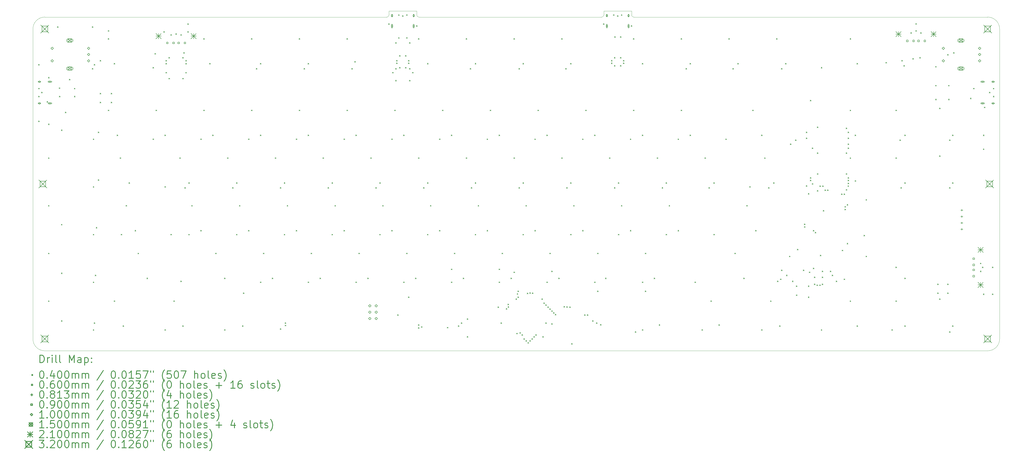
<source format=gbr>
%FSLAX45Y45*%
G04 Gerber Fmt 4.5, Leading zero omitted, Abs format (unit mm)*
G04 Created by KiCad (PCBNEW (5.1.10)-1) date 2021-10-11 22:19:53*
%MOMM*%
%LPD*%
G01*
G04 APERTURE LIST*
%TA.AperFunction,Profile*%
%ADD10C,0.100000*%
%TD*%
%ADD11C,0.200000*%
%ADD12C,0.300000*%
G04 APERTURE END LIST*
D10*
X13889750Y-17461400D02*
X27541390Y-17461400D01*
X36113350Y-17461400D02*
X28811310Y-17461400D01*
X51511130Y-17461400D02*
X37383270Y-17461400D01*
X37383270Y-17461400D02*
G75*
G02*
X37303900Y-17382030I0J79370D01*
G01*
X36192720Y-17382030D02*
G75*
G02*
X36113350Y-17461400I-79370J0D01*
G01*
X36192720Y-17223290D02*
X36192720Y-17382030D01*
X37303900Y-17223290D02*
X36192720Y-17223290D01*
X37303900Y-17382030D02*
X37303900Y-17223290D01*
X27620760Y-17382030D02*
G75*
G02*
X27541390Y-17461400I-79370J0D01*
G01*
X28811310Y-17461400D02*
G75*
G02*
X28731940Y-17382030I0J79370D01*
G01*
X27620760Y-17223290D02*
X27620760Y-17382030D01*
X28731940Y-17223290D02*
X28731940Y-17382030D01*
X27620760Y-17223290D02*
X28731940Y-17223290D01*
X13889750Y-30795560D02*
X51511130Y-30795560D01*
X51987350Y-30319340D02*
X51987350Y-17937620D01*
X51987350Y-30319340D02*
G75*
G02*
X51511130Y-30795560I-476220J0D01*
G01*
X51511130Y-17461400D02*
G75*
G02*
X51987350Y-17937620I0J-476220D01*
G01*
X13413530Y-17937620D02*
G75*
G02*
X13889750Y-17461400I476220J0D01*
G01*
X13413530Y-30319340D02*
X13413530Y-17937620D01*
X13889750Y-30795560D02*
G75*
G02*
X13413530Y-30319340I0J476220D01*
G01*
D11*
X13631640Y-19346280D02*
X13671640Y-19386280D01*
X13671640Y-19346280D02*
X13631640Y-19386280D01*
X13631640Y-20298720D02*
X13671640Y-20338720D01*
X13671640Y-20298720D02*
X13631640Y-20338720D01*
X13631640Y-20616200D02*
X13671640Y-20656200D01*
X13671640Y-20616200D02*
X13631640Y-20656200D01*
X13631640Y-21608325D02*
X13671640Y-21648325D01*
X13671640Y-21608325D02*
X13631640Y-21648325D01*
X13750695Y-20457460D02*
X13790695Y-20497460D01*
X13790695Y-20457460D02*
X13750695Y-20497460D01*
X13970390Y-20825446D02*
X14010390Y-20865446D01*
X14010390Y-20825446D02*
X13970390Y-20865446D01*
X14028490Y-19862185D02*
X14068490Y-19902185D01*
X14068490Y-19862185D02*
X14028490Y-19902185D01*
X14028490Y-21727380D02*
X14068490Y-21767380D01*
X14068490Y-21727380D02*
X14028490Y-21767380D01*
X14028490Y-23076670D02*
X14068490Y-23116670D01*
X14068490Y-23076670D02*
X14028490Y-23116670D01*
X14028490Y-24981550D02*
X14068490Y-25021550D01*
X14068490Y-24981550D02*
X14028490Y-25021550D01*
X14028490Y-26886430D02*
X14068490Y-26926430D01*
X14068490Y-26886430D02*
X14028490Y-26926430D01*
X14028490Y-28791310D02*
X14068490Y-28831310D01*
X14068490Y-28791310D02*
X14028490Y-28831310D01*
X14385655Y-17838250D02*
X14425655Y-17878250D01*
X14425655Y-17838250D02*
X14385655Y-17878250D01*
X14453480Y-20282460D02*
X14493480Y-20322460D01*
X14493480Y-20282460D02*
X14453480Y-20322460D01*
X14465025Y-20616200D02*
X14505025Y-20656200D01*
X14505025Y-20616200D02*
X14465025Y-20656200D01*
X14544395Y-21965490D02*
X14584395Y-22005490D01*
X14584395Y-21965490D02*
X14544395Y-22005490D01*
X14544395Y-25735565D02*
X14584395Y-25775565D01*
X14584395Y-25735565D02*
X14544395Y-25775565D01*
X14544395Y-27680130D02*
X14584395Y-27720130D01*
X14584395Y-27680130D02*
X14544395Y-27720130D01*
X14544395Y-29585010D02*
X14584395Y-29625010D01*
X14584395Y-29585010D02*
X14544395Y-29625010D01*
X14703135Y-21251160D02*
X14743135Y-21291160D01*
X14743135Y-21251160D02*
X14703135Y-21291160D01*
X14861875Y-19941555D02*
X14901875Y-19981555D01*
X14901875Y-19941555D02*
X14861875Y-19981555D01*
X15060300Y-20298720D02*
X15100300Y-20338720D01*
X15100300Y-20298720D02*
X15060300Y-20338720D01*
X15060300Y-20616200D02*
X15100300Y-20656200D01*
X15100300Y-20616200D02*
X15060300Y-20656200D01*
X15774630Y-17838250D02*
X15814630Y-17878250D01*
X15814630Y-17838250D02*
X15774630Y-17878250D01*
X15774630Y-19505020D02*
X15814630Y-19545020D01*
X15814630Y-19505020D02*
X15774630Y-19545020D01*
X15814315Y-22322655D02*
X15854315Y-22362655D01*
X15854315Y-22322655D02*
X15814315Y-22362655D01*
X15814315Y-24227535D02*
X15854315Y-24267535D01*
X15854315Y-24227535D02*
X15814315Y-24267535D01*
X15814315Y-26132415D02*
X15854315Y-26172415D01*
X15854315Y-26132415D02*
X15814315Y-26172415D01*
X15814315Y-28037295D02*
X15854315Y-28077295D01*
X15854315Y-28037295D02*
X15814315Y-28077295D01*
X15814315Y-29942175D02*
X15854315Y-29982175D01*
X15854315Y-29942175D02*
X15814315Y-29982175D01*
X15854000Y-19346280D02*
X15894000Y-19386280D01*
X15894000Y-19346280D02*
X15854000Y-19386280D01*
X15854000Y-29664380D02*
X15894000Y-29704380D01*
X15894000Y-29664380D02*
X15854000Y-29704380D01*
X15893685Y-27759500D02*
X15933685Y-27799500D01*
X15933685Y-27759500D02*
X15893685Y-27799500D01*
X15933370Y-25854620D02*
X15973370Y-25894620D01*
X15973370Y-25854620D02*
X15933370Y-25894620D01*
X16012740Y-22044860D02*
X16052740Y-22084860D01*
X16052740Y-22044860D02*
X16012740Y-22084860D01*
X16012740Y-23949740D02*
X16052740Y-23989740D01*
X16052740Y-23949740D02*
X16012740Y-23989740D01*
X16092110Y-19187540D02*
X16132110Y-19227540D01*
X16132110Y-19187540D02*
X16092110Y-19227540D01*
X16092110Y-20497145D02*
X16132110Y-20537145D01*
X16132110Y-20497145D02*
X16092110Y-20537145D01*
X16092110Y-20854310D02*
X16132110Y-20894310D01*
X16132110Y-20854310D02*
X16092110Y-20894310D01*
X16409590Y-17996990D02*
X16449590Y-18036990D01*
X16449590Y-17996990D02*
X16409590Y-18036990D01*
X16409590Y-18314470D02*
X16449590Y-18354470D01*
X16449590Y-18314470D02*
X16409590Y-18354470D01*
X16409590Y-21171790D02*
X16449590Y-21211790D01*
X16449590Y-21171790D02*
X16409590Y-21211790D01*
X16528645Y-20497145D02*
X16568645Y-20537145D01*
X16568645Y-20497145D02*
X16528645Y-20537145D01*
X16528645Y-20854310D02*
X16568645Y-20894310D01*
X16568645Y-20854310D02*
X16528645Y-20894310D01*
X16647700Y-19306595D02*
X16687700Y-19346595D01*
X16687700Y-19306595D02*
X16647700Y-19346595D01*
X16647700Y-28791310D02*
X16687700Y-28831310D01*
X16687700Y-28791310D02*
X16647700Y-28831310D01*
X16766755Y-22163915D02*
X16806755Y-22203915D01*
X16806755Y-22163915D02*
X16766755Y-22203915D01*
X16885810Y-23076670D02*
X16925810Y-23116670D01*
X16925810Y-23076670D02*
X16885810Y-23116670D01*
X16925495Y-26132415D02*
X16965495Y-26172415D01*
X16965495Y-26132415D02*
X16925495Y-26172415D01*
X17004865Y-29783435D02*
X17044865Y-29823435D01*
X17044865Y-29783435D02*
X17004865Y-29823435D01*
X17123920Y-24981550D02*
X17163920Y-25021550D01*
X17163920Y-24981550D02*
X17123920Y-25021550D01*
X17242975Y-24068795D02*
X17282975Y-24108795D01*
X17282975Y-24068795D02*
X17242975Y-24108795D01*
X17481085Y-25973675D02*
X17521085Y-26013675D01*
X17521085Y-25973675D02*
X17481085Y-26013675D01*
X17600140Y-26886430D02*
X17640140Y-26926430D01*
X17640140Y-26886430D02*
X17600140Y-26926430D01*
X17957305Y-27878555D02*
X17997305Y-27918555D01*
X17997305Y-27878555D02*
X17957305Y-27918555D01*
X18195415Y-19465335D02*
X18235415Y-19505335D01*
X18235415Y-19465335D02*
X18195415Y-19505335D01*
X18195415Y-22322655D02*
X18235415Y-22362655D01*
X18235415Y-22322655D02*
X18195415Y-22362655D01*
X18274785Y-18909745D02*
X18314785Y-18949745D01*
X18314785Y-18909745D02*
X18274785Y-18949745D01*
X18314470Y-21171790D02*
X18354470Y-21211790D01*
X18354470Y-21171790D02*
X18314470Y-21211790D01*
X18631950Y-18036675D02*
X18671950Y-18076675D01*
X18671950Y-18036675D02*
X18631950Y-18076675D01*
X18671635Y-22163915D02*
X18711635Y-22203915D01*
X18711635Y-22163915D02*
X18671635Y-22203915D01*
X18671635Y-24227535D02*
X18711635Y-24267535D01*
X18711635Y-24227535D02*
X18671635Y-24267535D01*
X18671635Y-29942175D02*
X18711635Y-29982175D01*
X18711635Y-29942175D02*
X18671635Y-29982175D01*
X18711320Y-19187540D02*
X18751320Y-19227540D01*
X18751320Y-19187540D02*
X18711320Y-19227540D01*
X18711320Y-19306595D02*
X18751320Y-19346595D01*
X18751320Y-19306595D02*
X18711320Y-19346595D01*
X18711320Y-19663760D02*
X18751320Y-19703760D01*
X18751320Y-19663760D02*
X18711320Y-19703760D01*
X18830375Y-19068485D02*
X18870375Y-19108485D01*
X18870375Y-19068485D02*
X18830375Y-19108485D01*
X18830375Y-19901870D02*
X18870375Y-19941870D01*
X18870375Y-19901870D02*
X18830375Y-19941870D01*
X18909745Y-18155730D02*
X18949745Y-18195730D01*
X18949745Y-18155730D02*
X18909745Y-18195730D01*
X18909745Y-26132415D02*
X18949745Y-26172415D01*
X18949745Y-26132415D02*
X18909745Y-26172415D01*
X19028800Y-28791310D02*
X19068800Y-28831310D01*
X19068800Y-28791310D02*
X19028800Y-28831310D01*
X19108170Y-18116045D02*
X19148170Y-18156045D01*
X19148170Y-18116045D02*
X19108170Y-18156045D01*
X19266910Y-23076670D02*
X19306910Y-23116670D01*
X19306910Y-23076670D02*
X19266910Y-23116670D01*
X19306595Y-18155730D02*
X19346595Y-18195730D01*
X19346595Y-18155730D02*
X19306595Y-18195730D01*
X19306595Y-27997610D02*
X19346595Y-28037610D01*
X19346595Y-27997610D02*
X19306595Y-28037610D01*
X19385965Y-19068485D02*
X19425965Y-19108485D01*
X19425965Y-19068485D02*
X19385965Y-19108485D01*
X19385965Y-19901870D02*
X19425965Y-19941870D01*
X19425965Y-19901870D02*
X19385965Y-19941870D01*
X19385965Y-29783435D02*
X19425965Y-29823435D01*
X19425965Y-29783435D02*
X19385965Y-29823435D01*
X19425650Y-18870060D02*
X19465650Y-18910060D01*
X19465650Y-18870060D02*
X19425650Y-18910060D01*
X19465335Y-24267220D02*
X19505335Y-24307220D01*
X19505335Y-24267220D02*
X19465335Y-24307220D01*
X19505020Y-19187540D02*
X19545020Y-19227540D01*
X19545020Y-19187540D02*
X19505020Y-19227540D01*
X19505020Y-19306595D02*
X19545020Y-19346595D01*
X19545020Y-19306595D02*
X19505020Y-19346595D01*
X19505020Y-19663760D02*
X19545020Y-19703760D01*
X19545020Y-19663760D02*
X19505020Y-19703760D01*
X19584390Y-17719195D02*
X19624390Y-17759195D01*
X19624390Y-17719195D02*
X19584390Y-17759195D01*
X19584390Y-18036675D02*
X19624390Y-18076675D01*
X19624390Y-18036675D02*
X19584390Y-18076675D01*
X19624075Y-24068795D02*
X19664075Y-24108795D01*
X19664075Y-24068795D02*
X19624075Y-24108795D01*
X19624075Y-26132415D02*
X19664075Y-26172415D01*
X19664075Y-26132415D02*
X19624075Y-26172415D01*
X19743130Y-24981550D02*
X19783130Y-25021550D01*
X19783130Y-24981550D02*
X19743130Y-25021550D01*
X20100295Y-22322655D02*
X20140295Y-22362655D01*
X20140295Y-22322655D02*
X20100295Y-22362655D01*
X20100295Y-25973675D02*
X20140295Y-26013675D01*
X20140295Y-25973675D02*
X20100295Y-26013675D01*
X20219350Y-18314470D02*
X20259350Y-18354470D01*
X20259350Y-18314470D02*
X20219350Y-18354470D01*
X20219350Y-21171790D02*
X20259350Y-21211790D01*
X20259350Y-21171790D02*
X20219350Y-21211790D01*
X20457460Y-19306595D02*
X20497460Y-19346595D01*
X20497460Y-19306595D02*
X20457460Y-19346595D01*
X20576515Y-22163915D02*
X20616515Y-22203915D01*
X20616515Y-22163915D02*
X20576515Y-22203915D01*
X20695570Y-26886430D02*
X20735570Y-26926430D01*
X20735570Y-26886430D02*
X20695570Y-26926430D01*
X21052735Y-27878555D02*
X21092735Y-27918555D01*
X21092735Y-27878555D02*
X21052735Y-27918555D01*
X21052735Y-29942175D02*
X21092735Y-29982175D01*
X21092735Y-29942175D02*
X21052735Y-29982175D01*
X21171790Y-23076670D02*
X21211790Y-23116670D01*
X21211790Y-23076670D02*
X21171790Y-23116670D01*
X21370215Y-24267220D02*
X21410215Y-24307220D01*
X21410215Y-24267220D02*
X21370215Y-24307220D01*
X21528955Y-24068795D02*
X21568955Y-24108795D01*
X21568955Y-24068795D02*
X21528955Y-24108795D01*
X21528955Y-26132415D02*
X21568955Y-26172415D01*
X21568955Y-26132415D02*
X21528955Y-26172415D01*
X21648010Y-24981550D02*
X21688010Y-25021550D01*
X21688010Y-24981550D02*
X21648010Y-25021550D01*
X21767065Y-29783435D02*
X21807065Y-29823435D01*
X21807065Y-29783435D02*
X21767065Y-29823435D01*
X21806750Y-28473830D02*
X21846750Y-28513830D01*
X21846750Y-28473830D02*
X21806750Y-28513830D01*
X22005175Y-22322655D02*
X22045175Y-22362655D01*
X22045175Y-22322655D02*
X22005175Y-22362655D01*
X22005175Y-25973675D02*
X22045175Y-26013675D01*
X22045175Y-25973675D02*
X22005175Y-26013675D01*
X22124230Y-18314470D02*
X22164230Y-18354470D01*
X22164230Y-18314470D02*
X22124230Y-18354470D01*
X22124230Y-21171790D02*
X22164230Y-21211790D01*
X22164230Y-21171790D02*
X22124230Y-21211790D01*
X22322655Y-19505020D02*
X22362655Y-19545020D01*
X22362655Y-19505020D02*
X22322655Y-19545020D01*
X22481395Y-19306595D02*
X22521395Y-19346595D01*
X22521395Y-19306595D02*
X22481395Y-19346595D01*
X22481395Y-22163915D02*
X22521395Y-22203915D01*
X22521395Y-22163915D02*
X22481395Y-22203915D01*
X22481395Y-28037295D02*
X22521395Y-28077295D01*
X22521395Y-28037295D02*
X22481395Y-28077295D01*
X22600450Y-26886430D02*
X22640450Y-26926430D01*
X22640450Y-26886430D02*
X22600450Y-26926430D01*
X22957615Y-27878555D02*
X22997615Y-27918555D01*
X22997615Y-27878555D02*
X22957615Y-27918555D01*
X23076670Y-23076670D02*
X23116670Y-23116670D01*
X23116670Y-23076670D02*
X23076670Y-23116670D01*
X23275095Y-24267220D02*
X23315095Y-24307220D01*
X23315095Y-24267220D02*
X23275095Y-24307220D01*
X23275095Y-29902490D02*
X23315095Y-29942490D01*
X23315095Y-29902490D02*
X23275095Y-29942490D01*
X23433835Y-24068795D02*
X23473835Y-24108795D01*
X23473835Y-24068795D02*
X23433835Y-24108795D01*
X23433835Y-26132415D02*
X23473835Y-26172415D01*
X23473835Y-26132415D02*
X23433835Y-26172415D01*
X23473520Y-29664380D02*
X23513520Y-29704380D01*
X23513520Y-29664380D02*
X23473520Y-29704380D01*
X23473520Y-29764380D02*
X23513520Y-29804380D01*
X23513520Y-29764380D02*
X23473520Y-29804380D01*
X23552890Y-24981550D02*
X23592890Y-25021550D01*
X23592890Y-24981550D02*
X23552890Y-25021550D01*
X23910055Y-22322655D02*
X23950055Y-22362655D01*
X23950055Y-22322655D02*
X23910055Y-22362655D01*
X23910055Y-25973675D02*
X23950055Y-26013675D01*
X23950055Y-25973675D02*
X23910055Y-26013675D01*
X24029110Y-18314470D02*
X24069110Y-18354470D01*
X24069110Y-18314470D02*
X24029110Y-18354470D01*
X24029110Y-21171790D02*
X24069110Y-21211790D01*
X24069110Y-21171790D02*
X24029110Y-21211790D01*
X24227535Y-19505020D02*
X24267535Y-19545020D01*
X24267535Y-19505020D02*
X24227535Y-19545020D01*
X24386275Y-19306595D02*
X24426275Y-19346595D01*
X24426275Y-19306595D02*
X24386275Y-19346595D01*
X24386275Y-22163915D02*
X24426275Y-22203915D01*
X24426275Y-22163915D02*
X24386275Y-22203915D01*
X24386275Y-28037295D02*
X24426275Y-28077295D01*
X24426275Y-28037295D02*
X24386275Y-28077295D01*
X24505330Y-26886430D02*
X24545330Y-26926430D01*
X24545330Y-26886430D02*
X24505330Y-26926430D01*
X24862495Y-27878555D02*
X24902495Y-27918555D01*
X24902495Y-27878555D02*
X24862495Y-27918555D01*
X24981550Y-23076670D02*
X25021550Y-23116670D01*
X25021550Y-23076670D02*
X24981550Y-23116670D01*
X25179975Y-24267220D02*
X25219975Y-24307220D01*
X25219975Y-24267220D02*
X25179975Y-24307220D01*
X25338715Y-24068795D02*
X25378715Y-24108795D01*
X25378715Y-24068795D02*
X25338715Y-24108795D01*
X25338715Y-26132415D02*
X25378715Y-26172415D01*
X25378715Y-26132415D02*
X25338715Y-26172415D01*
X25457770Y-24981550D02*
X25497770Y-25021550D01*
X25497770Y-24981550D02*
X25457770Y-25021550D01*
X25814935Y-22322655D02*
X25854935Y-22362655D01*
X25854935Y-22322655D02*
X25814935Y-22362655D01*
X25814935Y-25973675D02*
X25854935Y-26013675D01*
X25854935Y-25973675D02*
X25814935Y-26013675D01*
X25933990Y-18314470D02*
X25973990Y-18354470D01*
X25973990Y-18314470D02*
X25933990Y-18354470D01*
X25933990Y-21171790D02*
X25973990Y-21211790D01*
X25973990Y-21171790D02*
X25933990Y-21211790D01*
X26132415Y-19505020D02*
X26172415Y-19545020D01*
X26172415Y-19505020D02*
X26132415Y-19545020D01*
X26251470Y-19227225D02*
X26291470Y-19267225D01*
X26291470Y-19227225D02*
X26251470Y-19267225D01*
X26291155Y-22163915D02*
X26331155Y-22203915D01*
X26331155Y-22163915D02*
X26291155Y-22203915D01*
X26291155Y-28037295D02*
X26331155Y-28077295D01*
X26331155Y-28037295D02*
X26291155Y-28077295D01*
X26410210Y-26886430D02*
X26450210Y-26926430D01*
X26450210Y-26886430D02*
X26410210Y-26926430D01*
X26767375Y-27878555D02*
X26807375Y-27918555D01*
X26807375Y-27878555D02*
X26767375Y-27918555D01*
X26886430Y-23076670D02*
X26926430Y-23116670D01*
X26926430Y-23076670D02*
X26886430Y-23116670D01*
X27084855Y-24267220D02*
X27124855Y-24307220D01*
X27124855Y-24267220D02*
X27084855Y-24307220D01*
X27243595Y-24068795D02*
X27283595Y-24108795D01*
X27283595Y-24068795D02*
X27243595Y-24108795D01*
X27243595Y-26132415D02*
X27283595Y-26172415D01*
X27283595Y-26132415D02*
X27243595Y-26172415D01*
X27362650Y-24981550D02*
X27402650Y-25021550D01*
X27402650Y-24981550D02*
X27362650Y-25021550D01*
X27600760Y-17719195D02*
X27640760Y-17759195D01*
X27640760Y-17719195D02*
X27600760Y-17759195D01*
X27719815Y-22322655D02*
X27759815Y-22362655D01*
X27759815Y-22322655D02*
X27719815Y-22362655D01*
X27719815Y-25973675D02*
X27759815Y-26013675D01*
X27759815Y-25973675D02*
X27719815Y-26013675D01*
X27759500Y-19663760D02*
X27799500Y-19703760D01*
X27799500Y-19663760D02*
X27759500Y-19703760D01*
X27838870Y-21171790D02*
X27878870Y-21211790D01*
X27878870Y-21171790D02*
X27838870Y-21211790D01*
X27878555Y-18473210D02*
X27918555Y-18513210D01*
X27918555Y-18473210D02*
X27878555Y-18513210D01*
X27878555Y-19505020D02*
X27918555Y-19545020D01*
X27918555Y-19505020D02*
X27878555Y-19545020D01*
X27878555Y-19981240D02*
X27918555Y-20021240D01*
X27918555Y-19981240D02*
X27878555Y-20021240D01*
X27918240Y-19187540D02*
X27958240Y-19227540D01*
X27958240Y-19187540D02*
X27918240Y-19227540D01*
X27918240Y-19287540D02*
X27958240Y-19327540D01*
X27958240Y-19287540D02*
X27918240Y-19327540D01*
X27957925Y-29346900D02*
X27997925Y-29386900D01*
X27997925Y-29346900D02*
X27957925Y-29386900D01*
X27997610Y-17362030D02*
X28037610Y-17402030D01*
X28037610Y-17362030D02*
X27997610Y-17402030D01*
X27997610Y-18274785D02*
X28037610Y-18314785D01*
X28037610Y-18274785D02*
X27997610Y-18314785D01*
X28037295Y-18989115D02*
X28077295Y-19029115D01*
X28077295Y-18989115D02*
X28037295Y-19029115D01*
X28037295Y-19465335D02*
X28077295Y-19505335D01*
X28077295Y-19465335D02*
X28037295Y-19505335D01*
X28156350Y-17401715D02*
X28196350Y-17441715D01*
X28196350Y-17401715D02*
X28156350Y-17441715D01*
X28196035Y-22163915D02*
X28236035Y-22203915D01*
X28236035Y-22163915D02*
X28196035Y-22203915D01*
X28196035Y-28037295D02*
X28236035Y-28077295D01*
X28236035Y-28037295D02*
X28196035Y-28077295D01*
X28275405Y-18989115D02*
X28315405Y-19029115D01*
X28315405Y-18989115D02*
X28275405Y-19029115D01*
X28275405Y-19465335D02*
X28315405Y-19505335D01*
X28315405Y-19465335D02*
X28275405Y-19505335D01*
X28315090Y-17362030D02*
X28355090Y-17402030D01*
X28355090Y-17362030D02*
X28315090Y-17402030D01*
X28315090Y-18274785D02*
X28355090Y-18314785D01*
X28355090Y-18274785D02*
X28315090Y-18314785D01*
X28315090Y-26886430D02*
X28355090Y-26926430D01*
X28355090Y-26886430D02*
X28315090Y-26926430D01*
X28394460Y-19187540D02*
X28434460Y-19227540D01*
X28434460Y-19187540D02*
X28394460Y-19227540D01*
X28394460Y-19287540D02*
X28434460Y-19327540D01*
X28434460Y-19287540D02*
X28394460Y-19327540D01*
X28394460Y-28632570D02*
X28434460Y-28672570D01*
X28434460Y-28632570D02*
X28394460Y-28672570D01*
X28434145Y-18473210D02*
X28474145Y-18513210D01*
X28474145Y-18473210D02*
X28434145Y-18513210D01*
X28434145Y-19505020D02*
X28474145Y-19545020D01*
X28474145Y-19505020D02*
X28434145Y-19545020D01*
X28434145Y-19981240D02*
X28474145Y-20021240D01*
X28474145Y-19981240D02*
X28434145Y-20021240D01*
X28553200Y-19663760D02*
X28593200Y-19703760D01*
X28593200Y-19663760D02*
X28553200Y-19703760D01*
X28672255Y-27878555D02*
X28712255Y-27918555D01*
X28712255Y-27878555D02*
X28672255Y-27918555D01*
X28711940Y-17798565D02*
X28751940Y-17838565D01*
X28751940Y-17798565D02*
X28711940Y-17838565D01*
X28791310Y-18314470D02*
X28831310Y-18354470D01*
X28831310Y-18314470D02*
X28791310Y-18354470D01*
X28791310Y-23076670D02*
X28831310Y-23116670D01*
X28831310Y-23076670D02*
X28791310Y-23116670D01*
X28791310Y-29743750D02*
X28831310Y-29783750D01*
X28831310Y-29743750D02*
X28791310Y-29783750D01*
X28791310Y-29862805D02*
X28831310Y-29902805D01*
X28831310Y-29862805D02*
X28791310Y-29902805D01*
X28910365Y-29823120D02*
X28950365Y-29863120D01*
X28950365Y-29823120D02*
X28910365Y-29863120D01*
X28989735Y-24267220D02*
X29029735Y-24307220D01*
X29029735Y-24267220D02*
X28989735Y-24307220D01*
X29148475Y-19306595D02*
X29188475Y-19346595D01*
X29188475Y-19306595D02*
X29148475Y-19346595D01*
X29148475Y-24068795D02*
X29188475Y-24108795D01*
X29188475Y-24068795D02*
X29148475Y-24108795D01*
X29148475Y-26132415D02*
X29188475Y-26172415D01*
X29188475Y-26132415D02*
X29148475Y-26172415D01*
X29267530Y-24981550D02*
X29307530Y-25021550D01*
X29307530Y-24981550D02*
X29267530Y-25021550D01*
X29624695Y-22322655D02*
X29664695Y-22362655D01*
X29664695Y-22322655D02*
X29624695Y-22362655D01*
X29624695Y-25973675D02*
X29664695Y-26013675D01*
X29664695Y-25973675D02*
X29624695Y-26013675D01*
X29743750Y-21171790D02*
X29783750Y-21211790D01*
X29783750Y-21171790D02*
X29743750Y-21211790D01*
X29942175Y-29849400D02*
X29982175Y-29889400D01*
X29982175Y-29849400D02*
X29942175Y-29889400D01*
X30100915Y-22163915D02*
X30140915Y-22203915D01*
X30140915Y-22163915D02*
X30100915Y-22203915D01*
X30100915Y-27521390D02*
X30140915Y-27561390D01*
X30140915Y-27521390D02*
X30100915Y-27561390D01*
X30100915Y-28037295D02*
X30140915Y-28077295D01*
X30140915Y-28037295D02*
X30100915Y-28077295D01*
X30219970Y-26886430D02*
X30259970Y-26926430D01*
X30259970Y-26886430D02*
X30219970Y-26926430D01*
X30378710Y-29783435D02*
X30418710Y-29823435D01*
X30418710Y-29783435D02*
X30378710Y-29823435D01*
X30497765Y-29664380D02*
X30537765Y-29704380D01*
X30537765Y-29664380D02*
X30497765Y-29704380D01*
X30577135Y-27878555D02*
X30617135Y-27918555D01*
X30617135Y-27878555D02*
X30577135Y-27918555D01*
X30696190Y-18314470D02*
X30736190Y-18354470D01*
X30736190Y-18314470D02*
X30696190Y-18354470D01*
X30696190Y-23076670D02*
X30736190Y-23116670D01*
X30736190Y-23076670D02*
X30696190Y-23116670D01*
X30735875Y-29505640D02*
X30775875Y-29545640D01*
X30775875Y-29505640D02*
X30735875Y-29545640D01*
X30735875Y-30219970D02*
X30775875Y-30259970D01*
X30775875Y-30219970D02*
X30735875Y-30259970D01*
X30854930Y-19505020D02*
X30894930Y-19545020D01*
X30894930Y-19505020D02*
X30854930Y-19545020D01*
X30894615Y-24267220D02*
X30934615Y-24307220D01*
X30934615Y-24267220D02*
X30894615Y-24307220D01*
X31053355Y-19306595D02*
X31093355Y-19346595D01*
X31093355Y-19306595D02*
X31053355Y-19346595D01*
X31053355Y-24068795D02*
X31093355Y-24108795D01*
X31093355Y-24068795D02*
X31053355Y-24108795D01*
X31053355Y-26132415D02*
X31093355Y-26172415D01*
X31093355Y-26132415D02*
X31053355Y-26172415D01*
X31172410Y-24981550D02*
X31212410Y-25021550D01*
X31212410Y-24981550D02*
X31172410Y-25021550D01*
X31529575Y-22322655D02*
X31569575Y-22362655D01*
X31569575Y-22322655D02*
X31529575Y-22362655D01*
X31529575Y-25973675D02*
X31569575Y-26013675D01*
X31569575Y-25973675D02*
X31529575Y-26013675D01*
X31648630Y-21171790D02*
X31688630Y-21211790D01*
X31688630Y-21171790D02*
X31648630Y-21211790D01*
X31966110Y-29029420D02*
X32006110Y-29069420D01*
X32006110Y-29029420D02*
X31966110Y-29069420D01*
X32005795Y-22163915D02*
X32045795Y-22203915D01*
X32045795Y-22163915D02*
X32005795Y-22203915D01*
X32005795Y-27521390D02*
X32045795Y-27561390D01*
X32045795Y-27521390D02*
X32005795Y-27561390D01*
X32005795Y-28037295D02*
X32045795Y-28077295D01*
X32045795Y-28037295D02*
X32005795Y-28077295D01*
X32085165Y-29664380D02*
X32125165Y-29704380D01*
X32125165Y-29664380D02*
X32085165Y-29704380D01*
X32124850Y-26886430D02*
X32164850Y-26926430D01*
X32164850Y-26886430D02*
X32124850Y-26926430D01*
X32295170Y-29097210D02*
X32335170Y-29137210D01*
X32335170Y-29097210D02*
X32295170Y-29137210D01*
X32365274Y-28923361D02*
X32405274Y-28963361D01*
X32405274Y-28923361D02*
X32365274Y-28963361D01*
X32365881Y-29026499D02*
X32405881Y-29066499D01*
X32405881Y-29026499D02*
X32365881Y-29066499D01*
X32482015Y-27878555D02*
X32522015Y-27918555D01*
X32522015Y-27878555D02*
X32482015Y-27918555D01*
X32601070Y-18314470D02*
X32641070Y-18354470D01*
X32641070Y-18314470D02*
X32601070Y-18354470D01*
X32601070Y-23076670D02*
X32641070Y-23116670D01*
X32641070Y-23076670D02*
X32601070Y-23116670D01*
X32601070Y-27640445D02*
X32641070Y-27680445D01*
X32641070Y-27640445D02*
X32601070Y-27680445D01*
X32680440Y-28711940D02*
X32720440Y-28751940D01*
X32720440Y-28711940D02*
X32680440Y-28751940D01*
X32711082Y-30086797D02*
X32751082Y-30126797D01*
X32751082Y-30086797D02*
X32711082Y-30126797D01*
X32731705Y-28501935D02*
X32771705Y-28541935D01*
X32771705Y-28501935D02*
X32731705Y-28541935D01*
X32759810Y-28394460D02*
X32799810Y-28434460D01*
X32799810Y-28394460D02*
X32759810Y-28434460D01*
X32759810Y-28632570D02*
X32799810Y-28672570D01*
X32799810Y-28632570D02*
X32759810Y-28672570D01*
X32799495Y-19505020D02*
X32839495Y-19545020D01*
X32839495Y-19505020D02*
X32799495Y-19545020D01*
X32799495Y-24267220D02*
X32839495Y-24307220D01*
X32839495Y-24267220D02*
X32799495Y-24307220D01*
X32839180Y-30061230D02*
X32879180Y-30101230D01*
X32879180Y-30061230D02*
X32839180Y-30101230D01*
X32918550Y-30140600D02*
X32958550Y-30180600D01*
X32958550Y-30140600D02*
X32918550Y-30180600D01*
X32958235Y-19306595D02*
X32998235Y-19346595D01*
X32998235Y-19306595D02*
X32958235Y-19346595D01*
X32958235Y-24068795D02*
X32998235Y-24108795D01*
X32998235Y-24068795D02*
X32958235Y-24108795D01*
X32958235Y-26132415D02*
X32998235Y-26172415D01*
X32998235Y-26132415D02*
X32958235Y-26172415D01*
X32997920Y-30299340D02*
X33037920Y-30339340D01*
X33037920Y-30299340D02*
X32997920Y-30339340D01*
X33077290Y-24981550D02*
X33117290Y-25021550D01*
X33117290Y-24981550D02*
X33077290Y-25021550D01*
X33077290Y-30378710D02*
X33117290Y-30418710D01*
X33117290Y-30378710D02*
X33077290Y-30418710D01*
X33131517Y-28481502D02*
X33171517Y-28521502D01*
X33171517Y-28481502D02*
X33131517Y-28521502D01*
X33156660Y-30458080D02*
X33196660Y-30498080D01*
X33196660Y-30458080D02*
X33156660Y-30498080D01*
X33236030Y-28466960D02*
X33276030Y-28506960D01*
X33276030Y-28466960D02*
X33236030Y-28506960D01*
X33236030Y-30378710D02*
X33276030Y-30418710D01*
X33276030Y-30378710D02*
X33236030Y-30418710D01*
X33315400Y-30299340D02*
X33355400Y-30339340D01*
X33355400Y-30299340D02*
X33315400Y-30339340D01*
X33335658Y-28475583D02*
X33375658Y-28515583D01*
X33375658Y-28475583D02*
X33335658Y-28515583D01*
X33394770Y-30219970D02*
X33434770Y-30259970D01*
X33434770Y-30219970D02*
X33394770Y-30259970D01*
X33434455Y-22322655D02*
X33474455Y-22362655D01*
X33474455Y-22322655D02*
X33434455Y-22362655D01*
X33434455Y-25973675D02*
X33474455Y-26013675D01*
X33474455Y-25973675D02*
X33434455Y-26013675D01*
X33474140Y-30140600D02*
X33514140Y-30180600D01*
X33514140Y-30140600D02*
X33474140Y-30180600D01*
X33553510Y-21171790D02*
X33593510Y-21211790D01*
X33593510Y-21171790D02*
X33553510Y-21211790D01*
X33712250Y-28711940D02*
X33752250Y-28751940D01*
X33752250Y-28711940D02*
X33712250Y-28751940D01*
X33751935Y-30219970D02*
X33791935Y-30259970D01*
X33791935Y-30219970D02*
X33751935Y-30259970D01*
X33791620Y-28870680D02*
X33831620Y-28910680D01*
X33831620Y-28870680D02*
X33791620Y-28910680D01*
X33870990Y-28950050D02*
X33910990Y-28990050D01*
X33910990Y-28950050D02*
X33870990Y-28990050D01*
X33870990Y-29664380D02*
X33910990Y-29704380D01*
X33910990Y-29664380D02*
X33870990Y-29704380D01*
X33910675Y-22163915D02*
X33950675Y-22203915D01*
X33950675Y-22163915D02*
X33910675Y-22203915D01*
X33910675Y-28037295D02*
X33950675Y-28077295D01*
X33950675Y-28037295D02*
X33910675Y-28077295D01*
X33950360Y-29029420D02*
X33990360Y-29069420D01*
X33990360Y-29029420D02*
X33950360Y-29069420D01*
X34029730Y-26886430D02*
X34069730Y-26926430D01*
X34069730Y-26886430D02*
X34029730Y-26926430D01*
X34029730Y-29108790D02*
X34069730Y-29148790D01*
X34069730Y-29108790D02*
X34029730Y-29148790D01*
X34108898Y-29187958D02*
X34148898Y-29227958D01*
X34148898Y-29187958D02*
X34108898Y-29227958D01*
X34109100Y-27600760D02*
X34149100Y-27640760D01*
X34149100Y-27600760D02*
X34109100Y-27640760D01*
X34109100Y-29704065D02*
X34149100Y-29744065D01*
X34149100Y-29704065D02*
X34109100Y-29744065D01*
X34179609Y-29258669D02*
X34219609Y-29298669D01*
X34219609Y-29258669D02*
X34179609Y-29298669D01*
X34250320Y-29329380D02*
X34290320Y-29369380D01*
X34290320Y-29329380D02*
X34250320Y-29369380D01*
X34386895Y-27878555D02*
X34426895Y-27918555D01*
X34426895Y-27878555D02*
X34386895Y-27918555D01*
X34505950Y-18314470D02*
X34545950Y-18354470D01*
X34545950Y-18314470D02*
X34505950Y-18354470D01*
X34505950Y-23076670D02*
X34545950Y-23116670D01*
X34545950Y-23076670D02*
X34505950Y-23116670D01*
X34596900Y-29017840D02*
X34636900Y-29057840D01*
X34636900Y-29017840D02*
X34596900Y-29057840D01*
X34664690Y-19505020D02*
X34704690Y-19545020D01*
X34704690Y-19505020D02*
X34664690Y-19545020D01*
X34704375Y-24267220D02*
X34744375Y-24307220D01*
X34744375Y-24267220D02*
X34704375Y-24307220D01*
X34707693Y-29026102D02*
X34747693Y-29066102D01*
X34747693Y-29026102D02*
X34707693Y-29066102D01*
X34823430Y-29029420D02*
X34863430Y-29069420D01*
X34863430Y-29029420D02*
X34823430Y-29069420D01*
X34863115Y-19306595D02*
X34903115Y-19346595D01*
X34903115Y-19306595D02*
X34863115Y-19346595D01*
X34863115Y-24068795D02*
X34903115Y-24108795D01*
X34903115Y-24068795D02*
X34863115Y-24108795D01*
X34863115Y-26132415D02*
X34903115Y-26172415D01*
X34903115Y-26132415D02*
X34863115Y-26172415D01*
X34902800Y-30497765D02*
X34942800Y-30537765D01*
X34942800Y-30497765D02*
X34902800Y-30537765D01*
X34982170Y-24981550D02*
X35022170Y-25021550D01*
X35022170Y-24981550D02*
X34982170Y-25021550D01*
X35339335Y-22322655D02*
X35379335Y-22362655D01*
X35379335Y-22322655D02*
X35339335Y-22362655D01*
X35339335Y-25973675D02*
X35379335Y-26013675D01*
X35379335Y-25973675D02*
X35339335Y-26013675D01*
X35420910Y-29346900D02*
X35460910Y-29386900D01*
X35460910Y-29346900D02*
X35420910Y-29386900D01*
X35458390Y-21171790D02*
X35498390Y-21211790D01*
X35498390Y-21171790D02*
X35458390Y-21211790D01*
X35525910Y-29346900D02*
X35565910Y-29386900D01*
X35565910Y-29346900D02*
X35525910Y-29386900D01*
X35736185Y-29585010D02*
X35776185Y-29625010D01*
X35776185Y-29585010D02*
X35736185Y-29625010D01*
X35815555Y-22163915D02*
X35855555Y-22203915D01*
X35855555Y-22163915D02*
X35815555Y-22203915D01*
X35815555Y-28037295D02*
X35855555Y-28077295D01*
X35855555Y-28037295D02*
X35815555Y-28077295D01*
X35894925Y-29664380D02*
X35934925Y-29704380D01*
X35934925Y-29664380D02*
X35894925Y-29704380D01*
X35934610Y-26886430D02*
X35974610Y-26926430D01*
X35974610Y-26886430D02*
X35934610Y-26926430D01*
X35934610Y-28394460D02*
X35974610Y-28434460D01*
X35974610Y-28394460D02*
X35934610Y-28434460D01*
X36053665Y-29736880D02*
X36093665Y-29776880D01*
X36093665Y-29736880D02*
X36053665Y-29776880D01*
X36172720Y-17719195D02*
X36212720Y-17759195D01*
X36212720Y-17719195D02*
X36172720Y-17759195D01*
X36252090Y-27878555D02*
X36292090Y-27918555D01*
X36292090Y-27878555D02*
X36252090Y-27918555D01*
X36410830Y-23076670D02*
X36450830Y-23116670D01*
X36450830Y-23076670D02*
X36410830Y-23116670D01*
X36490200Y-19187540D02*
X36530200Y-19227540D01*
X36530200Y-19187540D02*
X36490200Y-19227540D01*
X36490200Y-19287540D02*
X36530200Y-19327540D01*
X36530200Y-19287540D02*
X36490200Y-19327540D01*
X36569570Y-17362030D02*
X36609570Y-17402030D01*
X36609570Y-17362030D02*
X36569570Y-17402030D01*
X36609255Y-19068485D02*
X36649255Y-19108485D01*
X36649255Y-19068485D02*
X36609255Y-19108485D01*
X36609255Y-19385965D02*
X36649255Y-19425965D01*
X36649255Y-19385965D02*
X36609255Y-19425965D01*
X36609255Y-24267220D02*
X36649255Y-24307220D01*
X36649255Y-24267220D02*
X36609255Y-24307220D01*
X36623710Y-18235100D02*
X36663710Y-18275100D01*
X36663710Y-18235100D02*
X36623710Y-18275100D01*
X36728310Y-17401715D02*
X36768310Y-17441715D01*
X36768310Y-17401715D02*
X36728310Y-17441715D01*
X36767995Y-24068795D02*
X36807995Y-24108795D01*
X36807995Y-24068795D02*
X36767995Y-24108795D01*
X36767995Y-26132415D02*
X36807995Y-26172415D01*
X36807995Y-26132415D02*
X36767995Y-26172415D01*
X36847365Y-18235100D02*
X36887365Y-18275100D01*
X36887365Y-18235100D02*
X36847365Y-18275100D01*
X36847365Y-19068485D02*
X36887365Y-19108485D01*
X36887365Y-19068485D02*
X36847365Y-19108485D01*
X36847365Y-19385965D02*
X36887365Y-19425965D01*
X36887365Y-19385965D02*
X36847365Y-19425965D01*
X36887050Y-17362030D02*
X36927050Y-17402030D01*
X36927050Y-17362030D02*
X36887050Y-17402030D01*
X36887050Y-24981550D02*
X36927050Y-25021550D01*
X36927050Y-24981550D02*
X36887050Y-25021550D01*
X36966420Y-19187540D02*
X37006420Y-19227540D01*
X37006420Y-19187540D02*
X36966420Y-19227540D01*
X36966420Y-19287540D02*
X37006420Y-19327540D01*
X37006420Y-19287540D02*
X36966420Y-19327540D01*
X37244215Y-22322655D02*
X37284215Y-22362655D01*
X37284215Y-22322655D02*
X37244215Y-22362655D01*
X37244215Y-25973675D02*
X37284215Y-26013675D01*
X37284215Y-25973675D02*
X37244215Y-26013675D01*
X37283900Y-17798565D02*
X37323900Y-17838565D01*
X37323900Y-17798565D02*
X37283900Y-17838565D01*
X37363270Y-18314470D02*
X37403270Y-18354470D01*
X37403270Y-18314470D02*
X37363270Y-18354470D01*
X37363270Y-21171790D02*
X37403270Y-21211790D01*
X37403270Y-21171790D02*
X37363270Y-21211790D01*
X37442640Y-30021545D02*
X37482640Y-30061545D01*
X37482640Y-30021545D02*
X37442640Y-30061545D01*
X37720435Y-19306595D02*
X37760435Y-19346595D01*
X37760435Y-19306595D02*
X37720435Y-19346595D01*
X37720435Y-22163915D02*
X37760435Y-22203915D01*
X37760435Y-22163915D02*
X37720435Y-22203915D01*
X37720435Y-28037295D02*
X37760435Y-28077295D01*
X37760435Y-28037295D02*
X37720435Y-28077295D01*
X37720435Y-29942175D02*
X37760435Y-29982175D01*
X37760435Y-29942175D02*
X37720435Y-29982175D01*
X37839490Y-26886430D02*
X37879490Y-26926430D01*
X37879490Y-26886430D02*
X37839490Y-26926430D01*
X37839490Y-28394460D02*
X37879490Y-28434460D01*
X37879490Y-28394460D02*
X37839490Y-28434460D01*
X38196655Y-27878555D02*
X38236655Y-27918555D01*
X38236655Y-27878555D02*
X38196655Y-27918555D01*
X38315710Y-23076670D02*
X38355710Y-23116670D01*
X38355710Y-23076670D02*
X38315710Y-23116670D01*
X38395080Y-29743750D02*
X38435080Y-29783750D01*
X38435080Y-29743750D02*
X38395080Y-29783750D01*
X38514135Y-24267220D02*
X38554135Y-24307220D01*
X38554135Y-24267220D02*
X38514135Y-24307220D01*
X38672875Y-24068795D02*
X38712875Y-24108795D01*
X38712875Y-24068795D02*
X38672875Y-24108795D01*
X38672875Y-26132415D02*
X38712875Y-26172415D01*
X38712875Y-26132415D02*
X38672875Y-26172415D01*
X38791930Y-24981550D02*
X38831930Y-25021550D01*
X38831930Y-24981550D02*
X38791930Y-25021550D01*
X39149095Y-22322655D02*
X39189095Y-22362655D01*
X39189095Y-22322655D02*
X39149095Y-22362655D01*
X39149095Y-25973675D02*
X39189095Y-26013675D01*
X39189095Y-25973675D02*
X39149095Y-26013675D01*
X39268150Y-18314470D02*
X39308150Y-18354470D01*
X39308150Y-18314470D02*
X39268150Y-18354470D01*
X39268150Y-21171790D02*
X39308150Y-21211790D01*
X39308150Y-21171790D02*
X39268150Y-21211790D01*
X39466575Y-19505020D02*
X39506575Y-19545020D01*
X39506575Y-19505020D02*
X39466575Y-19545020D01*
X39625315Y-19306595D02*
X39665315Y-19346595D01*
X39665315Y-19306595D02*
X39625315Y-19346595D01*
X39625315Y-22163915D02*
X39665315Y-22203915D01*
X39665315Y-22163915D02*
X39625315Y-22203915D01*
X39823740Y-28037295D02*
X39863740Y-28077295D01*
X39863740Y-28037295D02*
X39823740Y-28077295D01*
X40101535Y-29942175D02*
X40141535Y-29982175D01*
X40141535Y-29942175D02*
X40101535Y-29982175D01*
X40220590Y-23076670D02*
X40260590Y-23116670D01*
X40260590Y-23076670D02*
X40220590Y-23116670D01*
X40379330Y-24267220D02*
X40419330Y-24307220D01*
X40419330Y-24267220D02*
X40379330Y-24307220D01*
X40458700Y-28791310D02*
X40498700Y-28831310D01*
X40498700Y-28791310D02*
X40458700Y-28831310D01*
X40577755Y-24068795D02*
X40617755Y-24108795D01*
X40617755Y-24068795D02*
X40577755Y-24108795D01*
X40577755Y-26132415D02*
X40617755Y-26172415D01*
X40617755Y-26132415D02*
X40577755Y-26172415D01*
X40776180Y-29743750D02*
X40816180Y-29783750D01*
X40816180Y-29743750D02*
X40776180Y-29783750D01*
X41053975Y-22322655D02*
X41093975Y-22362655D01*
X41093975Y-22322655D02*
X41053975Y-22362655D01*
X41173030Y-18314470D02*
X41213030Y-18354470D01*
X41213030Y-18314470D02*
X41173030Y-18354470D01*
X41331770Y-19505020D02*
X41371770Y-19545020D01*
X41371770Y-19505020D02*
X41331770Y-19545020D01*
X41411140Y-26886430D02*
X41451140Y-26926430D01*
X41451140Y-26886430D02*
X41411140Y-26926430D01*
X41530195Y-19306595D02*
X41570195Y-19346595D01*
X41570195Y-19306595D02*
X41530195Y-19346595D01*
X41768305Y-27878555D02*
X41808305Y-27918555D01*
X41808305Y-27878555D02*
X41768305Y-27918555D01*
X41887360Y-24981550D02*
X41927360Y-25021550D01*
X41927360Y-24981550D02*
X41887360Y-25021550D01*
X42006415Y-24227535D02*
X42046415Y-24267535D01*
X42046415Y-24227535D02*
X42006415Y-24267535D01*
X42125470Y-21171790D02*
X42165470Y-21211790D01*
X42165470Y-21171790D02*
X42125470Y-21211790D01*
X42244525Y-25973675D02*
X42284525Y-26013675D01*
X42284525Y-25973675D02*
X42244525Y-26013675D01*
X42482635Y-22163915D02*
X42522635Y-22203915D01*
X42522635Y-22163915D02*
X42482635Y-22203915D01*
X42482635Y-29942175D02*
X42522635Y-29982175D01*
X42522635Y-29942175D02*
X42482635Y-29982175D01*
X42601690Y-23076670D02*
X42641690Y-23116670D01*
X42641690Y-23076670D02*
X42601690Y-23116670D01*
X42760430Y-24267220D02*
X42800430Y-24307220D01*
X42800430Y-24267220D02*
X42760430Y-24307220D01*
X42839800Y-28791310D02*
X42879800Y-28831310D01*
X42879800Y-28791310D02*
X42839800Y-28831310D01*
X42958855Y-24068795D02*
X42998855Y-24108795D01*
X42998855Y-24068795D02*
X42958855Y-24108795D01*
X43077910Y-18314470D02*
X43117910Y-18354470D01*
X43117910Y-18314470D02*
X43077910Y-18354470D01*
X43117595Y-27997610D02*
X43157595Y-28037610D01*
X43157595Y-27997610D02*
X43117595Y-28037610D01*
X43196965Y-29783435D02*
X43236965Y-29823435D01*
X43236965Y-29783435D02*
X43196965Y-29823435D01*
X43236650Y-27918240D02*
X43276650Y-27958240D01*
X43276650Y-27918240D02*
X43236650Y-27958240D01*
X43276335Y-19505020D02*
X43316335Y-19545020D01*
X43316335Y-19505020D02*
X43276335Y-19545020D01*
X43276335Y-27561075D02*
X43316335Y-27601075D01*
X43316335Y-27561075D02*
X43276335Y-27601075D01*
X43435075Y-19306595D02*
X43475075Y-19346595D01*
X43475075Y-19306595D02*
X43435075Y-19346595D01*
X43474760Y-27759500D02*
X43514760Y-27799500D01*
X43514760Y-27759500D02*
X43474760Y-27799500D01*
X43593815Y-27005485D02*
X43633815Y-27045485D01*
X43633815Y-27005485D02*
X43593815Y-27045485D01*
X43633500Y-22521080D02*
X43673500Y-22561080D01*
X43673500Y-22521080D02*
X43633500Y-22561080D01*
X43712870Y-27997610D02*
X43752870Y-28037610D01*
X43752870Y-27997610D02*
X43712870Y-28037610D01*
X43831925Y-22362340D02*
X43871925Y-22402340D01*
X43871925Y-22362340D02*
X43831925Y-22402340D01*
X43871610Y-28196035D02*
X43911610Y-28236035D01*
X43911610Y-28196035D02*
X43871610Y-28236035D01*
X43871610Y-28553200D02*
X43911610Y-28593200D01*
X43911610Y-28553200D02*
X43871610Y-28593200D01*
X43911295Y-26727690D02*
X43951295Y-26767690D01*
X43951295Y-26727690D02*
X43911295Y-26767690D01*
X44149405Y-27561075D02*
X44189405Y-27601075D01*
X44189405Y-27561075D02*
X44149405Y-27601075D01*
X44189090Y-25722750D02*
X44229090Y-25762750D01*
X44229090Y-25722750D02*
X44189090Y-25762750D01*
X44189090Y-25827750D02*
X44229090Y-25867750D01*
X44229090Y-25827750D02*
X44189090Y-25867750D01*
X44268460Y-22044860D02*
X44308460Y-22084860D01*
X44308460Y-22044860D02*
X44268460Y-22084860D01*
X44268460Y-22282970D02*
X44308460Y-22322970D01*
X44308460Y-22282970D02*
X44268460Y-22322970D01*
X44268460Y-24187850D02*
X44308460Y-24227850D01*
X44308460Y-24187850D02*
X44268460Y-24227850D01*
X44347830Y-24505330D02*
X44387830Y-24545330D01*
X44387830Y-24505330D02*
X44347830Y-24545330D01*
X44347830Y-28196035D02*
X44387830Y-28236035D01*
X44387830Y-28196035D02*
X44347830Y-28236035D01*
X44347830Y-28632570D02*
X44387830Y-28672570D01*
X44387830Y-28632570D02*
X44347830Y-28672570D01*
X44387515Y-27640445D02*
X44427515Y-27680445D01*
X44427515Y-27640445D02*
X44387515Y-27680445D01*
X44427200Y-20774940D02*
X44467200Y-20814940D01*
X44467200Y-20774940D02*
X44427200Y-20814940D01*
X44427200Y-23870370D02*
X44467200Y-23910370D01*
X44467200Y-23870370D02*
X44427200Y-23910370D01*
X44427200Y-23970370D02*
X44467200Y-24010370D01*
X44467200Y-23970370D02*
X44427200Y-24010370D01*
X44506570Y-22679820D02*
X44546570Y-22719820D01*
X44546570Y-22679820D02*
X44506570Y-22719820D01*
X44506570Y-24108480D02*
X44546570Y-24148480D01*
X44546570Y-24108480D02*
X44506570Y-24148480D01*
X44546255Y-27481705D02*
X44586255Y-27521705D01*
X44586255Y-27481705D02*
X44546255Y-27521705D01*
X44548817Y-25976237D02*
X44588817Y-26016237D01*
X44588817Y-25976237D02*
X44548817Y-26016237D01*
X44585940Y-27838870D02*
X44625940Y-27878870D01*
X44625940Y-27838870D02*
X44585940Y-27878870D01*
X44585940Y-28116665D02*
X44625940Y-28156665D01*
X44625940Y-28116665D02*
X44585940Y-28156665D01*
X44623063Y-26050483D02*
X44663063Y-26090483D01*
X44663063Y-26050483D02*
X44623063Y-26090483D01*
X44692180Y-28156350D02*
X44732180Y-28196350D01*
X44732180Y-28156350D02*
X44692180Y-28196350D01*
X44704995Y-21846435D02*
X44744995Y-21886435D01*
X44744995Y-21846435D02*
X44704995Y-21886435D01*
X44704995Y-22878245D02*
X44744995Y-22918245D01*
X44744995Y-22878245D02*
X44704995Y-22918245D01*
X44704995Y-23711630D02*
X44744995Y-23751630D01*
X44744995Y-23711630D02*
X44704995Y-23751630D01*
X44704995Y-24386275D02*
X44744995Y-24426275D01*
X44744995Y-24386275D02*
X44704995Y-24426275D01*
X44797180Y-28156350D02*
X44837180Y-28196350D01*
X44837180Y-28156350D02*
X44797180Y-28196350D01*
X44811235Y-24199495D02*
X44851235Y-24239495D01*
X44851235Y-24199495D02*
X44811235Y-24239495D01*
X44824050Y-26965800D02*
X44864050Y-27005800D01*
X44864050Y-26965800D02*
X44824050Y-27005800D01*
X44863735Y-19465335D02*
X44903735Y-19505335D01*
X44903735Y-19465335D02*
X44863735Y-19505335D01*
X44863735Y-29942175D02*
X44903735Y-29982175D01*
X44903735Y-29942175D02*
X44863735Y-29982175D01*
X44903420Y-27600760D02*
X44943420Y-27640760D01*
X44943420Y-27600760D02*
X44903420Y-27640760D01*
X44903420Y-27838870D02*
X44943420Y-27878870D01*
X44943420Y-27838870D02*
X44903420Y-27878870D01*
X44903420Y-28116665D02*
X44943420Y-28156665D01*
X44943420Y-28116665D02*
X44903420Y-28156665D01*
X44916235Y-24199495D02*
X44956235Y-24239495D01*
X44956235Y-24199495D02*
X44916235Y-24239495D01*
X44943105Y-25179975D02*
X44983105Y-25219975D01*
X44983105Y-25179975D02*
X44943105Y-25219975D01*
X45009660Y-24358001D02*
X45049660Y-24398001D01*
X45049660Y-24358001D02*
X45009660Y-24398001D01*
X45114660Y-24358001D02*
X45154660Y-24398001D01*
X45154660Y-24358001D02*
X45114660Y-24398001D01*
X45220900Y-27600760D02*
X45260900Y-27640760D01*
X45260900Y-27600760D02*
X45220900Y-27640760D01*
X45300270Y-27759500D02*
X45340270Y-27799500D01*
X45340270Y-27759500D02*
X45300270Y-27799500D01*
X45459010Y-27997610D02*
X45499010Y-28037610D01*
X45499010Y-27997610D02*
X45459010Y-28037610D01*
X45670565Y-24518406D02*
X45710565Y-24558406D01*
X45710565Y-24518406D02*
X45670565Y-24558406D01*
X45697120Y-26767375D02*
X45737120Y-26807375D01*
X45737120Y-26767375D02*
X45697120Y-26807375D01*
X45775565Y-24518406D02*
X45815565Y-24558406D01*
X45815565Y-24518406D02*
X45775565Y-24558406D01*
X45776490Y-27918240D02*
X45816490Y-27958240D01*
X45816490Y-27918240D02*
X45776490Y-27958240D01*
X45810230Y-25023670D02*
X45850230Y-25063670D01*
X45850230Y-25023670D02*
X45810230Y-25063670D01*
X45810230Y-25128670D02*
X45850230Y-25168670D01*
X45850230Y-25128670D02*
X45810230Y-25168670D01*
X45855860Y-21886120D02*
X45895860Y-21926120D01*
X45895860Y-21886120D02*
X45855860Y-21926120D01*
X45855860Y-22878245D02*
X45895860Y-22918245D01*
X45895860Y-22878245D02*
X45855860Y-22918245D01*
X45855860Y-23711630D02*
X45895860Y-23751630D01*
X45895860Y-23711630D02*
X45855860Y-23751630D01*
X45855860Y-24346590D02*
X45895860Y-24386590D01*
X45895860Y-24346590D02*
X45855860Y-24386590D01*
X45895545Y-24941865D02*
X45935545Y-24981865D01*
X45935545Y-24941865D02*
X45895545Y-24981865D01*
X45895545Y-26489580D02*
X45935545Y-26529580D01*
X45935545Y-26489580D02*
X45895545Y-26529580D01*
X45930598Y-24192482D02*
X45970598Y-24232482D01*
X45970598Y-24192482D02*
X45930598Y-24232482D01*
X45935230Y-22044860D02*
X45975230Y-22084860D01*
X45975230Y-22044860D02*
X45935230Y-22084860D01*
X45935230Y-22282970D02*
X45975230Y-22322970D01*
X45975230Y-22282970D02*
X45935230Y-22322970D01*
X45935230Y-22521080D02*
X45975230Y-22561080D01*
X45975230Y-22521080D02*
X45935230Y-22561080D01*
X45935230Y-22679820D02*
X45975230Y-22719820D01*
X45975230Y-22679820D02*
X45935230Y-22719820D01*
X45935230Y-23870370D02*
X45975230Y-23910370D01*
X45975230Y-23870370D02*
X45935230Y-23910370D01*
X45935230Y-23970370D02*
X45975230Y-24010370D01*
X45975230Y-23970370D02*
X45935230Y-24010370D01*
X45936495Y-24086585D02*
X45976495Y-24126585D01*
X45976495Y-24086585D02*
X45936495Y-24126585D01*
X46014600Y-18314470D02*
X46054600Y-18354470D01*
X46054600Y-18314470D02*
X46014600Y-18354470D01*
X46014600Y-21171790D02*
X46054600Y-21211790D01*
X46054600Y-21171790D02*
X46014600Y-21211790D01*
X46014600Y-23076670D02*
X46054600Y-23116670D01*
X46054600Y-23076670D02*
X46014600Y-23116670D01*
X46014600Y-28791310D02*
X46054600Y-28831310D01*
X46054600Y-28791310D02*
X46014600Y-28831310D01*
X46213025Y-22163915D02*
X46253025Y-22203915D01*
X46253025Y-22163915D02*
X46213025Y-22203915D01*
X46213025Y-23989425D02*
X46253025Y-24029425D01*
X46253025Y-23989425D02*
X46213025Y-24029425D01*
X46292395Y-19306595D02*
X46332395Y-19346595D01*
X46332395Y-19306595D02*
X46292395Y-19346595D01*
X46292395Y-29783435D02*
X46332395Y-29823435D01*
X46332395Y-29783435D02*
X46292395Y-29823435D01*
X46570190Y-26172100D02*
X46610190Y-26212100D01*
X46610190Y-26172100D02*
X46570190Y-26212100D01*
X46649560Y-24743440D02*
X46689560Y-24783440D01*
X46689560Y-24743440D02*
X46649560Y-24783440D01*
X46649560Y-27005485D02*
X46689560Y-27045485D01*
X46689560Y-27005485D02*
X46649560Y-27045485D01*
X47443260Y-19266910D02*
X47483260Y-19306910D01*
X47483260Y-19266910D02*
X47443260Y-19306910D01*
X47681370Y-29942175D02*
X47721370Y-29982175D01*
X47721370Y-29942175D02*
X47681370Y-29982175D01*
X47840110Y-21171790D02*
X47880110Y-21211790D01*
X47880110Y-21171790D02*
X47840110Y-21211790D01*
X47840110Y-23076670D02*
X47880110Y-23116670D01*
X47880110Y-23076670D02*
X47840110Y-23116670D01*
X47840110Y-27442020D02*
X47880110Y-27482020D01*
X47880110Y-27442020D02*
X47840110Y-27482020D01*
X47840110Y-28791310D02*
X47880110Y-28831310D01*
X47880110Y-28791310D02*
X47840110Y-28831310D01*
X47998850Y-22362340D02*
X48038850Y-22402340D01*
X48038850Y-22362340D02*
X47998850Y-22402340D01*
X48038535Y-24267220D02*
X48078535Y-24307220D01*
X48078535Y-24267220D02*
X48038535Y-24307220D01*
X48078220Y-19187540D02*
X48118220Y-19227540D01*
X48118220Y-19187540D02*
X48078220Y-19227540D01*
X48157590Y-19385965D02*
X48197590Y-19425965D01*
X48197590Y-19385965D02*
X48157590Y-19425965D01*
X48197275Y-22163915D02*
X48237275Y-22203915D01*
X48237275Y-22163915D02*
X48197275Y-22203915D01*
X48197275Y-24068795D02*
X48237275Y-24108795D01*
X48237275Y-24068795D02*
X48197275Y-24108795D01*
X48197275Y-27878555D02*
X48237275Y-27918555D01*
X48237275Y-27878555D02*
X48197275Y-27918555D01*
X48197275Y-29783435D02*
X48237275Y-29823435D01*
X48237275Y-29783435D02*
X48197275Y-29823435D01*
X48435385Y-18076360D02*
X48475385Y-18116360D01*
X48475385Y-18076360D02*
X48435385Y-18116360D01*
X48514755Y-19108170D02*
X48554755Y-19148170D01*
X48554755Y-19108170D02*
X48514755Y-19148170D01*
X48633810Y-17715433D02*
X48673810Y-17755433D01*
X48673810Y-17715433D02*
X48633810Y-17755433D01*
X48633810Y-17996990D02*
X48673810Y-18036990D01*
X48673810Y-17996990D02*
X48633810Y-18036990D01*
X48792550Y-19068485D02*
X48832550Y-19108485D01*
X48832550Y-19068485D02*
X48792550Y-19108485D01*
X48832235Y-18076360D02*
X48872235Y-18116360D01*
X48872235Y-18076360D02*
X48832235Y-18116360D01*
X49427510Y-19425650D02*
X49467510Y-19465650D01*
X49467510Y-19425650D02*
X49427510Y-19465650D01*
X49427510Y-20179665D02*
X49467510Y-20219665D01*
X49467510Y-20179665D02*
X49427510Y-20219665D01*
X49427510Y-20735255D02*
X49467510Y-20775255D01*
X49467510Y-20735255D02*
X49427510Y-20775255D01*
X49506880Y-28116665D02*
X49546880Y-28156665D01*
X49546880Y-28116665D02*
X49506880Y-28156665D01*
X49506880Y-28473830D02*
X49546880Y-28513830D01*
X49546880Y-28473830D02*
X49506880Y-28513830D01*
X49586250Y-21092420D02*
X49626250Y-21132420D01*
X49626250Y-21092420D02*
X49586250Y-21132420D01*
X49586250Y-22997300D02*
X49626250Y-23037300D01*
X49626250Y-22997300D02*
X49586250Y-23037300D01*
X49586250Y-28711940D02*
X49626250Y-28751940D01*
X49626250Y-28711940D02*
X49586250Y-28751940D01*
X49903730Y-18949430D02*
X49943730Y-18989430D01*
X49943730Y-18949430D02*
X49903730Y-18989430D01*
X49903730Y-28116665D02*
X49943730Y-28156665D01*
X49943730Y-28116665D02*
X49903730Y-28156665D01*
X49903730Y-28473830D02*
X49943730Y-28513830D01*
X49943730Y-28473830D02*
X49903730Y-28513830D01*
X49943415Y-20179665D02*
X49983415Y-20219665D01*
X49983415Y-20179665D02*
X49943415Y-20219665D01*
X49943415Y-20735255D02*
X49983415Y-20775255D01*
X49983415Y-20735255D02*
X49943415Y-20775255D01*
X49983100Y-22362340D02*
X50023100Y-22402340D01*
X50023100Y-22362340D02*
X49983100Y-22402340D01*
X49983100Y-24267220D02*
X50023100Y-24307220D01*
X50023100Y-24267220D02*
X49983100Y-24307220D01*
X49983100Y-30021545D02*
X50023100Y-30061545D01*
X50023100Y-30021545D02*
X49983100Y-30061545D01*
X50102155Y-22163915D02*
X50142155Y-22203915D01*
X50142155Y-22163915D02*
X50102155Y-22203915D01*
X50102155Y-24068795D02*
X50142155Y-24108795D01*
X50142155Y-24068795D02*
X50102155Y-24108795D01*
X50102155Y-29783435D02*
X50142155Y-29823435D01*
X50142155Y-29783435D02*
X50102155Y-29823435D01*
X50141840Y-18870060D02*
X50181840Y-18910060D01*
X50181840Y-18870060D02*
X50141840Y-18910060D01*
X50816485Y-20695570D02*
X50856485Y-20735570D01*
X50856485Y-20695570D02*
X50816485Y-20735570D01*
X50935540Y-20298720D02*
X50975540Y-20338720D01*
X50975540Y-20298720D02*
X50935540Y-20338720D01*
X51213335Y-27283280D02*
X51253335Y-27323280D01*
X51253335Y-27283280D02*
X51213335Y-27323280D01*
X51213335Y-27600760D02*
X51253335Y-27640760D01*
X51253335Y-27600760D02*
X51213335Y-27640760D01*
X51292705Y-27442020D02*
X51332705Y-27482020D01*
X51332705Y-27442020D02*
X51292705Y-27482020D01*
X51332390Y-22163915D02*
X51372390Y-22203915D01*
X51372390Y-22163915D02*
X51332390Y-22203915D01*
X51332390Y-22719505D02*
X51372390Y-22759505D01*
X51372390Y-22719505D02*
X51332390Y-22759505D01*
X51332390Y-28513515D02*
X51372390Y-28553515D01*
X51372390Y-28513515D02*
X51332390Y-28553515D01*
X51372075Y-21052735D02*
X51412075Y-21092735D01*
X51412075Y-21052735D02*
X51372075Y-21092735D01*
X51570500Y-20457460D02*
X51610500Y-20497460D01*
X51610500Y-20457460D02*
X51570500Y-20497460D01*
X51689555Y-27442020D02*
X51729555Y-27482020D01*
X51729555Y-27442020D02*
X51689555Y-27482020D01*
X51689555Y-28513515D02*
X51729555Y-28553515D01*
X51729555Y-28513515D02*
X51689555Y-28553515D01*
X51729240Y-20298720D02*
X51769240Y-20338720D01*
X51769240Y-20298720D02*
X51729240Y-20338720D01*
X51729240Y-20616200D02*
X51769240Y-20656200D01*
X51769240Y-20616200D02*
X51729240Y-20656200D01*
X13703530Y-20045460D02*
G75*
G03*
X13703530Y-20045460I-30000J0D01*
G01*
X13643530Y-20065460D02*
X13703530Y-20065460D01*
X13643530Y-20025460D02*
X13703530Y-20025460D01*
X13703530Y-20065460D02*
G75*
G03*
X13703530Y-20025460I0J20000D01*
G01*
X13643530Y-20025460D02*
G75*
G03*
X13643530Y-20065460I0J-20000D01*
G01*
X13703530Y-20909460D02*
G75*
G03*
X13703530Y-20909460I-30000J0D01*
G01*
X13643530Y-20929460D02*
X13703530Y-20929460D01*
X13643530Y-20889460D02*
X13703530Y-20889460D01*
X13703530Y-20929460D02*
G75*
G03*
X13703530Y-20889460I0J20000D01*
G01*
X13643530Y-20889460D02*
G75*
G03*
X13643530Y-20929460I0J-20000D01*
G01*
X14121530Y-20045460D02*
G75*
G03*
X14121530Y-20045460I-30000J0D01*
G01*
X14036530Y-20065460D02*
X14146530Y-20065460D01*
X14036530Y-20025460D02*
X14146530Y-20025460D01*
X14146530Y-20065460D02*
G75*
G03*
X14146530Y-20025460I0J20000D01*
G01*
X14036530Y-20025460D02*
G75*
G03*
X14036530Y-20065460I0J-20000D01*
G01*
X14121530Y-20909460D02*
G75*
G03*
X14121530Y-20909460I-30000J0D01*
G01*
X14036530Y-20929460D02*
X14146530Y-20929460D01*
X14036530Y-20889460D02*
X14146530Y-20889460D01*
X14146530Y-20929460D02*
G75*
G03*
X14146530Y-20889460I0J20000D01*
G01*
X14036530Y-20889460D02*
G75*
G03*
X14036530Y-20929460I0J-20000D01*
G01*
X27774350Y-17403920D02*
G75*
G03*
X27774350Y-17403920I-30000J0D01*
G01*
X27724350Y-17373920D02*
X27724350Y-17433920D01*
X27764350Y-17373920D02*
X27764350Y-17433920D01*
X27724350Y-17433920D02*
G75*
G03*
X27764350Y-17433920I20000J0D01*
G01*
X27764350Y-17373920D02*
G75*
G03*
X27724350Y-17373920I-20000J0D01*
G01*
X27774350Y-17821920D02*
G75*
G03*
X27774350Y-17821920I-30000J0D01*
G01*
X27724350Y-17766920D02*
X27724350Y-17876920D01*
X27764350Y-17766920D02*
X27764350Y-17876920D01*
X27724350Y-17876920D02*
G75*
G03*
X27764350Y-17876920I20000J0D01*
G01*
X27764350Y-17766920D02*
G75*
G03*
X27724350Y-17766920I-20000J0D01*
G01*
X28638350Y-17403920D02*
G75*
G03*
X28638350Y-17403920I-30000J0D01*
G01*
X28588350Y-17373920D02*
X28588350Y-17433920D01*
X28628350Y-17373920D02*
X28628350Y-17433920D01*
X28588350Y-17433920D02*
G75*
G03*
X28628350Y-17433920I20000J0D01*
G01*
X28628350Y-17373920D02*
G75*
G03*
X28588350Y-17373920I-20000J0D01*
G01*
X28638350Y-17821920D02*
G75*
G03*
X28638350Y-17821920I-30000J0D01*
G01*
X28588350Y-17766920D02*
X28588350Y-17876920D01*
X28628350Y-17766920D02*
X28628350Y-17876920D01*
X28588350Y-17876920D02*
G75*
G03*
X28628350Y-17876920I20000J0D01*
G01*
X28628350Y-17766920D02*
G75*
G03*
X28588350Y-17766920I-20000J0D01*
G01*
X36346310Y-17403920D02*
G75*
G03*
X36346310Y-17403920I-30000J0D01*
G01*
X36296310Y-17373920D02*
X36296310Y-17433920D01*
X36336310Y-17373920D02*
X36336310Y-17433920D01*
X36296310Y-17433920D02*
G75*
G03*
X36336310Y-17433920I20000J0D01*
G01*
X36336310Y-17373920D02*
G75*
G03*
X36296310Y-17373920I-20000J0D01*
G01*
X36346310Y-17821920D02*
G75*
G03*
X36346310Y-17821920I-30000J0D01*
G01*
X36296310Y-17766920D02*
X36296310Y-17876920D01*
X36336310Y-17766920D02*
X36336310Y-17876920D01*
X36296310Y-17876920D02*
G75*
G03*
X36336310Y-17876920I20000J0D01*
G01*
X36336310Y-17766920D02*
G75*
G03*
X36296310Y-17766920I-20000J0D01*
G01*
X37210310Y-17403920D02*
G75*
G03*
X37210310Y-17403920I-30000J0D01*
G01*
X37160310Y-17373920D02*
X37160310Y-17433920D01*
X37200310Y-17373920D02*
X37200310Y-17433920D01*
X37160310Y-17433920D02*
G75*
G03*
X37200310Y-17433920I20000J0D01*
G01*
X37200310Y-17373920D02*
G75*
G03*
X37160310Y-17373920I-20000J0D01*
G01*
X37210310Y-17821920D02*
G75*
G03*
X37210310Y-17821920I-30000J0D01*
G01*
X37160310Y-17766920D02*
X37160310Y-17876920D01*
X37200310Y-17766920D02*
X37200310Y-17876920D01*
X37160310Y-17876920D02*
G75*
G03*
X37200310Y-17876920I20000J0D01*
G01*
X37200310Y-17766920D02*
G75*
G03*
X37160310Y-17766920I-20000J0D01*
G01*
X51339350Y-20045460D02*
G75*
G03*
X51339350Y-20045460I-30000J0D01*
G01*
X51364350Y-20025460D02*
X51254350Y-20025460D01*
X51364350Y-20065460D02*
X51254350Y-20065460D01*
X51254350Y-20025460D02*
G75*
G03*
X51254350Y-20065460I0J-20000D01*
G01*
X51364350Y-20065460D02*
G75*
G03*
X51364350Y-20025460I0J20000D01*
G01*
X51339350Y-20909460D02*
G75*
G03*
X51339350Y-20909460I-30000J0D01*
G01*
X51364350Y-20889460D02*
X51254350Y-20889460D01*
X51364350Y-20929460D02*
X51254350Y-20929460D01*
X51254350Y-20889460D02*
G75*
G03*
X51254350Y-20929460I0J-20000D01*
G01*
X51364350Y-20929460D02*
G75*
G03*
X51364350Y-20889460I0J20000D01*
G01*
X51757350Y-20045460D02*
G75*
G03*
X51757350Y-20045460I-30000J0D01*
G01*
X51757350Y-20025460D02*
X51697350Y-20025460D01*
X51757350Y-20065460D02*
X51697350Y-20065460D01*
X51697350Y-20025460D02*
G75*
G03*
X51697350Y-20065460I0J-20000D01*
G01*
X51757350Y-20065460D02*
G75*
G03*
X51757350Y-20025460I0J20000D01*
G01*
X51757350Y-20909460D02*
G75*
G03*
X51757350Y-20909460I-30000J0D01*
G01*
X51757350Y-20889460D02*
X51697350Y-20889460D01*
X51757350Y-20929460D02*
X51697350Y-20929460D01*
X51697350Y-20889460D02*
G75*
G03*
X51697350Y-20929460I0J-20000D01*
G01*
X51757350Y-20929460D02*
G75*
G03*
X51757350Y-20889460I0J20000D01*
G01*
X50479320Y-25135500D02*
X50479320Y-25216780D01*
X50438680Y-25176140D02*
X50519960Y-25176140D01*
X50479320Y-25389500D02*
X50479320Y-25470780D01*
X50438680Y-25430140D02*
X50519960Y-25430140D01*
X50479320Y-25643500D02*
X50479320Y-25724780D01*
X50438680Y-25684140D02*
X50519960Y-25684140D01*
X50479320Y-25897500D02*
X50479320Y-25978780D01*
X50438680Y-25938140D02*
X50519960Y-25938140D01*
X18809990Y-18525030D02*
X18809990Y-18461390D01*
X18746350Y-18461390D01*
X18746350Y-18525030D01*
X18809990Y-18525030D01*
X19059990Y-18525030D02*
X19059990Y-18461390D01*
X18996350Y-18461390D01*
X18996350Y-18525030D01*
X19059990Y-18525030D01*
X19259990Y-18525030D02*
X19259990Y-18461390D01*
X19196350Y-18461390D01*
X19196350Y-18525030D01*
X19259990Y-18525030D01*
X19509990Y-18525030D02*
X19509990Y-18461390D01*
X19446350Y-18461390D01*
X19446350Y-18525030D01*
X19509990Y-18525030D01*
X48335630Y-18445660D02*
X48335630Y-18382020D01*
X48271990Y-18382020D01*
X48271990Y-18445660D01*
X48335630Y-18445660D01*
X48585630Y-18445660D02*
X48585630Y-18382020D01*
X48521990Y-18382020D01*
X48521990Y-18445660D01*
X48585630Y-18445660D01*
X48785630Y-18445660D02*
X48785630Y-18382020D01*
X48721990Y-18382020D01*
X48721990Y-18445660D01*
X48785630Y-18445660D01*
X49035630Y-18445660D02*
X49035630Y-18382020D01*
X48971990Y-18382020D01*
X48971990Y-18445660D01*
X49035630Y-18445660D01*
X50987360Y-27143840D02*
X50987360Y-27080200D01*
X50923720Y-27080200D01*
X50923720Y-27143840D01*
X50987360Y-27143840D01*
X50987360Y-27393840D02*
X50987360Y-27330200D01*
X50923720Y-27330200D01*
X50923720Y-27393840D01*
X50987360Y-27393840D01*
X50987360Y-27593840D02*
X50987360Y-27530200D01*
X50923720Y-27530200D01*
X50923720Y-27593840D01*
X50987360Y-27593840D01*
X50987360Y-27843840D02*
X50987360Y-27780200D01*
X50923720Y-27780200D01*
X50923720Y-27843840D01*
X50987360Y-27843840D01*
X14185890Y-18757540D02*
X14235890Y-18707540D01*
X14185890Y-18657540D01*
X14135890Y-18707540D01*
X14185890Y-18757540D01*
X14185890Y-19257540D02*
X14235890Y-19207540D01*
X14185890Y-19157540D01*
X14135890Y-19207540D01*
X14185890Y-19257540D01*
X15635890Y-18757540D02*
X15685890Y-18707540D01*
X15635890Y-18657540D01*
X15585890Y-18707540D01*
X15635890Y-18757540D01*
X15635890Y-19007540D02*
X15685890Y-18957540D01*
X15635890Y-18907540D01*
X15585890Y-18957540D01*
X15635890Y-19007540D01*
X15635890Y-19257540D02*
X15685890Y-19207540D01*
X15635890Y-19157540D01*
X15585890Y-19207540D01*
X15635890Y-19257540D01*
X26858800Y-29043845D02*
X26908800Y-28993845D01*
X26858800Y-28943845D01*
X26808800Y-28993845D01*
X26858800Y-29043845D01*
X26858800Y-29297845D02*
X26908800Y-29247845D01*
X26858800Y-29197845D01*
X26808800Y-29247845D01*
X26858800Y-29297845D01*
X26858800Y-29551845D02*
X26908800Y-29501845D01*
X26858800Y-29451845D01*
X26808800Y-29501845D01*
X26858800Y-29551845D01*
X27112800Y-29043845D02*
X27162800Y-28993845D01*
X27112800Y-28943845D01*
X27062800Y-28993845D01*
X27112800Y-29043845D01*
X27112800Y-29297845D02*
X27162800Y-29247845D01*
X27112800Y-29197845D01*
X27062800Y-29247845D01*
X27112800Y-29297845D01*
X27112800Y-29551845D02*
X27162800Y-29501845D01*
X27112800Y-29451845D01*
X27062800Y-29501845D01*
X27112800Y-29551845D01*
X49743650Y-18757540D02*
X49793650Y-18707540D01*
X49743650Y-18657540D01*
X49693650Y-18707540D01*
X49743650Y-18757540D01*
X49743650Y-19257540D02*
X49793650Y-19207540D01*
X49743650Y-19157540D01*
X49693650Y-19207540D01*
X49743650Y-19257540D01*
X51193650Y-18757540D02*
X51243650Y-18707540D01*
X51193650Y-18657540D01*
X51143650Y-18707540D01*
X51193650Y-18757540D01*
X51193650Y-19007540D02*
X51243650Y-18957540D01*
X51193650Y-18907540D01*
X51143650Y-18957540D01*
X51193650Y-19007540D01*
X51193650Y-19257540D02*
X51243650Y-19207540D01*
X51193650Y-19157540D01*
X51143650Y-19207540D01*
X51193650Y-19257540D01*
X14810890Y-18322540D02*
X14960890Y-18472540D01*
X14960890Y-18322540D02*
X14810890Y-18472540D01*
X14960890Y-18397540D02*
G75*
G03*
X14960890Y-18397540I-75000J0D01*
G01*
X14950890Y-18332540D02*
X14820890Y-18332540D01*
X14950890Y-18462540D02*
X14820890Y-18462540D01*
X14820890Y-18332540D02*
G75*
G03*
X14820890Y-18462540I0J-65000D01*
G01*
X14950890Y-18462540D02*
G75*
G03*
X14950890Y-18332540I0J65000D01*
G01*
X14810890Y-19442540D02*
X14960890Y-19592540D01*
X14960890Y-19442540D02*
X14810890Y-19592540D01*
X14960890Y-19517540D02*
G75*
G03*
X14960890Y-19517540I-75000J0D01*
G01*
X14950890Y-19452540D02*
X14820890Y-19452540D01*
X14950890Y-19582540D02*
X14820890Y-19582540D01*
X14820890Y-19452540D02*
G75*
G03*
X14820890Y-19582540I0J-65000D01*
G01*
X14950890Y-19582540D02*
G75*
G03*
X14950890Y-19452540I0J65000D01*
G01*
X50368650Y-18322540D02*
X50518650Y-18472540D01*
X50518650Y-18322540D02*
X50368650Y-18472540D01*
X50518650Y-18397540D02*
G75*
G03*
X50518650Y-18397540I-75000J0D01*
G01*
X50508650Y-18332540D02*
X50378650Y-18332540D01*
X50508650Y-18462540D02*
X50378650Y-18462540D01*
X50378650Y-18332540D02*
G75*
G03*
X50378650Y-18462540I0J-65000D01*
G01*
X50508650Y-18462540D02*
G75*
G03*
X50508650Y-18332540I0J65000D01*
G01*
X50368650Y-19442540D02*
X50518650Y-19592540D01*
X50518650Y-19442540D02*
X50368650Y-19592540D01*
X50518650Y-19517540D02*
G75*
G03*
X50518650Y-19517540I-75000J0D01*
G01*
X50508650Y-19452540D02*
X50378650Y-19452540D01*
X50508650Y-19582540D02*
X50378650Y-19582540D01*
X50378650Y-19452540D02*
G75*
G03*
X50378650Y-19582540I0J-65000D01*
G01*
X50508650Y-19582540D02*
G75*
G03*
X50508650Y-19452540I0J65000D01*
G01*
X18323170Y-18117210D02*
X18533170Y-18327210D01*
X18533170Y-18117210D02*
X18323170Y-18327210D01*
X18428170Y-18117210D02*
X18428170Y-18327210D01*
X18323170Y-18222210D02*
X18533170Y-18222210D01*
X19723170Y-18117210D02*
X19933170Y-18327210D01*
X19933170Y-18117210D02*
X19723170Y-18327210D01*
X19828170Y-18117210D02*
X19828170Y-18327210D01*
X19723170Y-18222210D02*
X19933170Y-18222210D01*
X47848810Y-18037840D02*
X48058810Y-18247840D01*
X48058810Y-18037840D02*
X47848810Y-18247840D01*
X47953810Y-18037840D02*
X47953810Y-18247840D01*
X47848810Y-18142840D02*
X48058810Y-18142840D01*
X49248810Y-18037840D02*
X49458810Y-18247840D01*
X49458810Y-18037840D02*
X49248810Y-18247840D01*
X49353810Y-18037840D02*
X49353810Y-18247840D01*
X49248810Y-18142840D02*
X49458810Y-18142840D01*
X51121540Y-26657020D02*
X51331540Y-26867020D01*
X51331540Y-26657020D02*
X51121540Y-26867020D01*
X51226540Y-26657020D02*
X51226540Y-26867020D01*
X51121540Y-26762020D02*
X51331540Y-26762020D01*
X51121540Y-28057020D02*
X51331540Y-28267020D01*
X51331540Y-28057020D02*
X51121540Y-28267020D01*
X51226540Y-28057020D02*
X51226540Y-28267020D01*
X51121540Y-28162020D02*
X51331540Y-28162020D01*
X13650380Y-23968480D02*
X13970380Y-24288480D01*
X13970380Y-23968480D02*
X13650380Y-24288480D01*
X13923518Y-24241618D02*
X13923518Y-24015342D01*
X13697242Y-24015342D01*
X13697242Y-24241618D01*
X13923518Y-24241618D01*
X13729750Y-17777620D02*
X14049750Y-18097620D01*
X14049750Y-17777620D02*
X13729750Y-18097620D01*
X14002888Y-18050758D02*
X14002888Y-17824482D01*
X13776612Y-17824482D01*
X13776612Y-18050758D01*
X14002888Y-18050758D01*
X13729750Y-30159340D02*
X14049750Y-30479340D01*
X14049750Y-30159340D02*
X13729750Y-30479340D01*
X14002888Y-30432478D02*
X14002888Y-30206202D01*
X13776612Y-30206202D01*
X13776612Y-30432478D01*
X14002888Y-30432478D01*
X51351130Y-17777620D02*
X51671130Y-18097620D01*
X51671130Y-17777620D02*
X51351130Y-18097620D01*
X51624268Y-18050758D02*
X51624268Y-17824482D01*
X51397992Y-17824482D01*
X51397992Y-18050758D01*
X51624268Y-18050758D01*
X51351130Y-30159340D02*
X51671130Y-30479340D01*
X51671130Y-30159340D02*
X51351130Y-30479340D01*
X51624268Y-30432478D02*
X51624268Y-30206202D01*
X51397992Y-30206202D01*
X51397992Y-30432478D01*
X51624268Y-30432478D01*
X51430500Y-23968480D02*
X51750500Y-24288480D01*
X51750500Y-23968480D02*
X51430500Y-24288480D01*
X51703638Y-24241618D02*
X51703638Y-24015342D01*
X51477362Y-24015342D01*
X51477362Y-24241618D01*
X51703638Y-24241618D01*
D12*
X13694958Y-31266274D02*
X13694958Y-30966274D01*
X13766387Y-30966274D01*
X13809244Y-30980560D01*
X13837816Y-31009131D01*
X13852101Y-31037703D01*
X13866387Y-31094846D01*
X13866387Y-31137703D01*
X13852101Y-31194846D01*
X13837816Y-31223417D01*
X13809244Y-31251989D01*
X13766387Y-31266274D01*
X13694958Y-31266274D01*
X13994958Y-31266274D02*
X13994958Y-31066274D01*
X13994958Y-31123417D02*
X14009244Y-31094846D01*
X14023530Y-31080560D01*
X14052101Y-31066274D01*
X14080673Y-31066274D01*
X14180673Y-31266274D02*
X14180673Y-31066274D01*
X14180673Y-30966274D02*
X14166387Y-30980560D01*
X14180673Y-30994846D01*
X14194958Y-30980560D01*
X14180673Y-30966274D01*
X14180673Y-30994846D01*
X14366387Y-31266274D02*
X14337816Y-31251989D01*
X14323530Y-31223417D01*
X14323530Y-30966274D01*
X14523530Y-31266274D02*
X14494958Y-31251989D01*
X14480673Y-31223417D01*
X14480673Y-30966274D01*
X14866387Y-31266274D02*
X14866387Y-30966274D01*
X14966387Y-31180560D01*
X15066387Y-30966274D01*
X15066387Y-31266274D01*
X15337816Y-31266274D02*
X15337816Y-31109131D01*
X15323530Y-31080560D01*
X15294958Y-31066274D01*
X15237816Y-31066274D01*
X15209244Y-31080560D01*
X15337816Y-31251989D02*
X15309244Y-31266274D01*
X15237816Y-31266274D01*
X15209244Y-31251989D01*
X15194958Y-31223417D01*
X15194958Y-31194846D01*
X15209244Y-31166274D01*
X15237816Y-31151989D01*
X15309244Y-31151989D01*
X15337816Y-31137703D01*
X15480673Y-31066274D02*
X15480673Y-31366274D01*
X15480673Y-31080560D02*
X15509244Y-31066274D01*
X15566387Y-31066274D01*
X15594958Y-31080560D01*
X15609244Y-31094846D01*
X15623530Y-31123417D01*
X15623530Y-31209131D01*
X15609244Y-31237703D01*
X15594958Y-31251989D01*
X15566387Y-31266274D01*
X15509244Y-31266274D01*
X15480673Y-31251989D01*
X15752101Y-31237703D02*
X15766387Y-31251989D01*
X15752101Y-31266274D01*
X15737816Y-31251989D01*
X15752101Y-31237703D01*
X15752101Y-31266274D01*
X15752101Y-31080560D02*
X15766387Y-31094846D01*
X15752101Y-31109131D01*
X15737816Y-31094846D01*
X15752101Y-31080560D01*
X15752101Y-31109131D01*
X13368530Y-31740560D02*
X13408530Y-31780560D01*
X13408530Y-31740560D02*
X13368530Y-31780560D01*
X13752101Y-31596274D02*
X13780673Y-31596274D01*
X13809244Y-31610560D01*
X13823530Y-31624846D01*
X13837816Y-31653417D01*
X13852101Y-31710560D01*
X13852101Y-31781989D01*
X13837816Y-31839131D01*
X13823530Y-31867703D01*
X13809244Y-31881989D01*
X13780673Y-31896274D01*
X13752101Y-31896274D01*
X13723530Y-31881989D01*
X13709244Y-31867703D01*
X13694958Y-31839131D01*
X13680673Y-31781989D01*
X13680673Y-31710560D01*
X13694958Y-31653417D01*
X13709244Y-31624846D01*
X13723530Y-31610560D01*
X13752101Y-31596274D01*
X13980673Y-31867703D02*
X13994958Y-31881989D01*
X13980673Y-31896274D01*
X13966387Y-31881989D01*
X13980673Y-31867703D01*
X13980673Y-31896274D01*
X14252101Y-31696274D02*
X14252101Y-31896274D01*
X14180673Y-31581989D02*
X14109244Y-31796274D01*
X14294958Y-31796274D01*
X14466387Y-31596274D02*
X14494958Y-31596274D01*
X14523530Y-31610560D01*
X14537816Y-31624846D01*
X14552101Y-31653417D01*
X14566387Y-31710560D01*
X14566387Y-31781989D01*
X14552101Y-31839131D01*
X14537816Y-31867703D01*
X14523530Y-31881989D01*
X14494958Y-31896274D01*
X14466387Y-31896274D01*
X14437816Y-31881989D01*
X14423530Y-31867703D01*
X14409244Y-31839131D01*
X14394958Y-31781989D01*
X14394958Y-31710560D01*
X14409244Y-31653417D01*
X14423530Y-31624846D01*
X14437816Y-31610560D01*
X14466387Y-31596274D01*
X14752101Y-31596274D02*
X14780673Y-31596274D01*
X14809244Y-31610560D01*
X14823530Y-31624846D01*
X14837816Y-31653417D01*
X14852101Y-31710560D01*
X14852101Y-31781989D01*
X14837816Y-31839131D01*
X14823530Y-31867703D01*
X14809244Y-31881989D01*
X14780673Y-31896274D01*
X14752101Y-31896274D01*
X14723530Y-31881989D01*
X14709244Y-31867703D01*
X14694958Y-31839131D01*
X14680673Y-31781989D01*
X14680673Y-31710560D01*
X14694958Y-31653417D01*
X14709244Y-31624846D01*
X14723530Y-31610560D01*
X14752101Y-31596274D01*
X14980673Y-31896274D02*
X14980673Y-31696274D01*
X14980673Y-31724846D02*
X14994958Y-31710560D01*
X15023530Y-31696274D01*
X15066387Y-31696274D01*
X15094958Y-31710560D01*
X15109244Y-31739131D01*
X15109244Y-31896274D01*
X15109244Y-31739131D02*
X15123530Y-31710560D01*
X15152101Y-31696274D01*
X15194958Y-31696274D01*
X15223530Y-31710560D01*
X15237816Y-31739131D01*
X15237816Y-31896274D01*
X15380673Y-31896274D02*
X15380673Y-31696274D01*
X15380673Y-31724846D02*
X15394958Y-31710560D01*
X15423530Y-31696274D01*
X15466387Y-31696274D01*
X15494958Y-31710560D01*
X15509244Y-31739131D01*
X15509244Y-31896274D01*
X15509244Y-31739131D02*
X15523530Y-31710560D01*
X15552101Y-31696274D01*
X15594958Y-31696274D01*
X15623530Y-31710560D01*
X15637816Y-31739131D01*
X15637816Y-31896274D01*
X16223530Y-31581989D02*
X15966387Y-31967703D01*
X16609244Y-31596274D02*
X16637816Y-31596274D01*
X16666387Y-31610560D01*
X16680673Y-31624846D01*
X16694958Y-31653417D01*
X16709244Y-31710560D01*
X16709244Y-31781989D01*
X16694958Y-31839131D01*
X16680673Y-31867703D01*
X16666387Y-31881989D01*
X16637816Y-31896274D01*
X16609244Y-31896274D01*
X16580673Y-31881989D01*
X16566387Y-31867703D01*
X16552101Y-31839131D01*
X16537816Y-31781989D01*
X16537816Y-31710560D01*
X16552101Y-31653417D01*
X16566387Y-31624846D01*
X16580673Y-31610560D01*
X16609244Y-31596274D01*
X16837816Y-31867703D02*
X16852101Y-31881989D01*
X16837816Y-31896274D01*
X16823530Y-31881989D01*
X16837816Y-31867703D01*
X16837816Y-31896274D01*
X17037816Y-31596274D02*
X17066387Y-31596274D01*
X17094958Y-31610560D01*
X17109244Y-31624846D01*
X17123530Y-31653417D01*
X17137816Y-31710560D01*
X17137816Y-31781989D01*
X17123530Y-31839131D01*
X17109244Y-31867703D01*
X17094958Y-31881989D01*
X17066387Y-31896274D01*
X17037816Y-31896274D01*
X17009244Y-31881989D01*
X16994958Y-31867703D01*
X16980673Y-31839131D01*
X16966387Y-31781989D01*
X16966387Y-31710560D01*
X16980673Y-31653417D01*
X16994958Y-31624846D01*
X17009244Y-31610560D01*
X17037816Y-31596274D01*
X17423530Y-31896274D02*
X17252101Y-31896274D01*
X17337816Y-31896274D02*
X17337816Y-31596274D01*
X17309244Y-31639131D01*
X17280673Y-31667703D01*
X17252101Y-31681989D01*
X17694958Y-31596274D02*
X17552101Y-31596274D01*
X17537816Y-31739131D01*
X17552101Y-31724846D01*
X17580673Y-31710560D01*
X17652101Y-31710560D01*
X17680673Y-31724846D01*
X17694958Y-31739131D01*
X17709244Y-31767703D01*
X17709244Y-31839131D01*
X17694958Y-31867703D01*
X17680673Y-31881989D01*
X17652101Y-31896274D01*
X17580673Y-31896274D01*
X17552101Y-31881989D01*
X17537816Y-31867703D01*
X17809244Y-31596274D02*
X18009244Y-31596274D01*
X17880673Y-31896274D01*
X18109244Y-31596274D02*
X18109244Y-31653417D01*
X18223530Y-31596274D02*
X18223530Y-31653417D01*
X18666387Y-32010560D02*
X18652101Y-31996274D01*
X18623530Y-31953417D01*
X18609244Y-31924846D01*
X18594958Y-31881989D01*
X18580673Y-31810560D01*
X18580673Y-31753417D01*
X18594958Y-31681989D01*
X18609244Y-31639131D01*
X18623530Y-31610560D01*
X18652101Y-31567703D01*
X18666387Y-31553417D01*
X18923530Y-31596274D02*
X18780673Y-31596274D01*
X18766387Y-31739131D01*
X18780673Y-31724846D01*
X18809244Y-31710560D01*
X18880673Y-31710560D01*
X18909244Y-31724846D01*
X18923530Y-31739131D01*
X18937816Y-31767703D01*
X18937816Y-31839131D01*
X18923530Y-31867703D01*
X18909244Y-31881989D01*
X18880673Y-31896274D01*
X18809244Y-31896274D01*
X18780673Y-31881989D01*
X18766387Y-31867703D01*
X19123530Y-31596274D02*
X19152101Y-31596274D01*
X19180673Y-31610560D01*
X19194958Y-31624846D01*
X19209244Y-31653417D01*
X19223530Y-31710560D01*
X19223530Y-31781989D01*
X19209244Y-31839131D01*
X19194958Y-31867703D01*
X19180673Y-31881989D01*
X19152101Y-31896274D01*
X19123530Y-31896274D01*
X19094958Y-31881989D01*
X19080673Y-31867703D01*
X19066387Y-31839131D01*
X19052101Y-31781989D01*
X19052101Y-31710560D01*
X19066387Y-31653417D01*
X19080673Y-31624846D01*
X19094958Y-31610560D01*
X19123530Y-31596274D01*
X19323530Y-31596274D02*
X19523530Y-31596274D01*
X19394958Y-31896274D01*
X19866387Y-31896274D02*
X19866387Y-31596274D01*
X19994958Y-31896274D02*
X19994958Y-31739131D01*
X19980673Y-31710560D01*
X19952101Y-31696274D01*
X19909244Y-31696274D01*
X19880673Y-31710560D01*
X19866387Y-31724846D01*
X20180673Y-31896274D02*
X20152101Y-31881989D01*
X20137816Y-31867703D01*
X20123530Y-31839131D01*
X20123530Y-31753417D01*
X20137816Y-31724846D01*
X20152101Y-31710560D01*
X20180673Y-31696274D01*
X20223530Y-31696274D01*
X20252101Y-31710560D01*
X20266387Y-31724846D01*
X20280673Y-31753417D01*
X20280673Y-31839131D01*
X20266387Y-31867703D01*
X20252101Y-31881989D01*
X20223530Y-31896274D01*
X20180673Y-31896274D01*
X20452101Y-31896274D02*
X20423530Y-31881989D01*
X20409244Y-31853417D01*
X20409244Y-31596274D01*
X20680673Y-31881989D02*
X20652101Y-31896274D01*
X20594958Y-31896274D01*
X20566387Y-31881989D01*
X20552101Y-31853417D01*
X20552101Y-31739131D01*
X20566387Y-31710560D01*
X20594958Y-31696274D01*
X20652101Y-31696274D01*
X20680673Y-31710560D01*
X20694958Y-31739131D01*
X20694958Y-31767703D01*
X20552101Y-31796274D01*
X20809244Y-31881989D02*
X20837816Y-31896274D01*
X20894958Y-31896274D01*
X20923530Y-31881989D01*
X20937816Y-31853417D01*
X20937816Y-31839131D01*
X20923530Y-31810560D01*
X20894958Y-31796274D01*
X20852101Y-31796274D01*
X20823530Y-31781989D01*
X20809244Y-31753417D01*
X20809244Y-31739131D01*
X20823530Y-31710560D01*
X20852101Y-31696274D01*
X20894958Y-31696274D01*
X20923530Y-31710560D01*
X21037816Y-32010560D02*
X21052101Y-31996274D01*
X21080673Y-31953417D01*
X21094958Y-31924846D01*
X21109244Y-31881989D01*
X21123530Y-31810560D01*
X21123530Y-31753417D01*
X21109244Y-31681989D01*
X21094958Y-31639131D01*
X21080673Y-31610560D01*
X21052101Y-31567703D01*
X21037816Y-31553417D01*
X13408530Y-32156560D02*
G75*
G03*
X13408530Y-32156560I-30000J0D01*
G01*
X13752101Y-31992274D02*
X13780673Y-31992274D01*
X13809244Y-32006560D01*
X13823530Y-32020846D01*
X13837816Y-32049417D01*
X13852101Y-32106560D01*
X13852101Y-32177989D01*
X13837816Y-32235131D01*
X13823530Y-32263703D01*
X13809244Y-32277989D01*
X13780673Y-32292274D01*
X13752101Y-32292274D01*
X13723530Y-32277989D01*
X13709244Y-32263703D01*
X13694958Y-32235131D01*
X13680673Y-32177989D01*
X13680673Y-32106560D01*
X13694958Y-32049417D01*
X13709244Y-32020846D01*
X13723530Y-32006560D01*
X13752101Y-31992274D01*
X13980673Y-32263703D02*
X13994958Y-32277989D01*
X13980673Y-32292274D01*
X13966387Y-32277989D01*
X13980673Y-32263703D01*
X13980673Y-32292274D01*
X14252101Y-31992274D02*
X14194958Y-31992274D01*
X14166387Y-32006560D01*
X14152101Y-32020846D01*
X14123530Y-32063703D01*
X14109244Y-32120846D01*
X14109244Y-32235131D01*
X14123530Y-32263703D01*
X14137816Y-32277989D01*
X14166387Y-32292274D01*
X14223530Y-32292274D01*
X14252101Y-32277989D01*
X14266387Y-32263703D01*
X14280673Y-32235131D01*
X14280673Y-32163703D01*
X14266387Y-32135131D01*
X14252101Y-32120846D01*
X14223530Y-32106560D01*
X14166387Y-32106560D01*
X14137816Y-32120846D01*
X14123530Y-32135131D01*
X14109244Y-32163703D01*
X14466387Y-31992274D02*
X14494958Y-31992274D01*
X14523530Y-32006560D01*
X14537816Y-32020846D01*
X14552101Y-32049417D01*
X14566387Y-32106560D01*
X14566387Y-32177989D01*
X14552101Y-32235131D01*
X14537816Y-32263703D01*
X14523530Y-32277989D01*
X14494958Y-32292274D01*
X14466387Y-32292274D01*
X14437816Y-32277989D01*
X14423530Y-32263703D01*
X14409244Y-32235131D01*
X14394958Y-32177989D01*
X14394958Y-32106560D01*
X14409244Y-32049417D01*
X14423530Y-32020846D01*
X14437816Y-32006560D01*
X14466387Y-31992274D01*
X14752101Y-31992274D02*
X14780673Y-31992274D01*
X14809244Y-32006560D01*
X14823530Y-32020846D01*
X14837816Y-32049417D01*
X14852101Y-32106560D01*
X14852101Y-32177989D01*
X14837816Y-32235131D01*
X14823530Y-32263703D01*
X14809244Y-32277989D01*
X14780673Y-32292274D01*
X14752101Y-32292274D01*
X14723530Y-32277989D01*
X14709244Y-32263703D01*
X14694958Y-32235131D01*
X14680673Y-32177989D01*
X14680673Y-32106560D01*
X14694958Y-32049417D01*
X14709244Y-32020846D01*
X14723530Y-32006560D01*
X14752101Y-31992274D01*
X14980673Y-32292274D02*
X14980673Y-32092274D01*
X14980673Y-32120846D02*
X14994958Y-32106560D01*
X15023530Y-32092274D01*
X15066387Y-32092274D01*
X15094958Y-32106560D01*
X15109244Y-32135131D01*
X15109244Y-32292274D01*
X15109244Y-32135131D02*
X15123530Y-32106560D01*
X15152101Y-32092274D01*
X15194958Y-32092274D01*
X15223530Y-32106560D01*
X15237816Y-32135131D01*
X15237816Y-32292274D01*
X15380673Y-32292274D02*
X15380673Y-32092274D01*
X15380673Y-32120846D02*
X15394958Y-32106560D01*
X15423530Y-32092274D01*
X15466387Y-32092274D01*
X15494958Y-32106560D01*
X15509244Y-32135131D01*
X15509244Y-32292274D01*
X15509244Y-32135131D02*
X15523530Y-32106560D01*
X15552101Y-32092274D01*
X15594958Y-32092274D01*
X15623530Y-32106560D01*
X15637816Y-32135131D01*
X15637816Y-32292274D01*
X16223530Y-31977989D02*
X15966387Y-32363703D01*
X16609244Y-31992274D02*
X16637816Y-31992274D01*
X16666387Y-32006560D01*
X16680673Y-32020846D01*
X16694958Y-32049417D01*
X16709244Y-32106560D01*
X16709244Y-32177989D01*
X16694958Y-32235131D01*
X16680673Y-32263703D01*
X16666387Y-32277989D01*
X16637816Y-32292274D01*
X16609244Y-32292274D01*
X16580673Y-32277989D01*
X16566387Y-32263703D01*
X16552101Y-32235131D01*
X16537816Y-32177989D01*
X16537816Y-32106560D01*
X16552101Y-32049417D01*
X16566387Y-32020846D01*
X16580673Y-32006560D01*
X16609244Y-31992274D01*
X16837816Y-32263703D02*
X16852101Y-32277989D01*
X16837816Y-32292274D01*
X16823530Y-32277989D01*
X16837816Y-32263703D01*
X16837816Y-32292274D01*
X17037816Y-31992274D02*
X17066387Y-31992274D01*
X17094958Y-32006560D01*
X17109244Y-32020846D01*
X17123530Y-32049417D01*
X17137816Y-32106560D01*
X17137816Y-32177989D01*
X17123530Y-32235131D01*
X17109244Y-32263703D01*
X17094958Y-32277989D01*
X17066387Y-32292274D01*
X17037816Y-32292274D01*
X17009244Y-32277989D01*
X16994958Y-32263703D01*
X16980673Y-32235131D01*
X16966387Y-32177989D01*
X16966387Y-32106560D01*
X16980673Y-32049417D01*
X16994958Y-32020846D01*
X17009244Y-32006560D01*
X17037816Y-31992274D01*
X17252101Y-32020846D02*
X17266387Y-32006560D01*
X17294958Y-31992274D01*
X17366387Y-31992274D01*
X17394958Y-32006560D01*
X17409244Y-32020846D01*
X17423530Y-32049417D01*
X17423530Y-32077989D01*
X17409244Y-32120846D01*
X17237816Y-32292274D01*
X17423530Y-32292274D01*
X17523530Y-31992274D02*
X17709244Y-31992274D01*
X17609244Y-32106560D01*
X17652101Y-32106560D01*
X17680673Y-32120846D01*
X17694958Y-32135131D01*
X17709244Y-32163703D01*
X17709244Y-32235131D01*
X17694958Y-32263703D01*
X17680673Y-32277989D01*
X17652101Y-32292274D01*
X17566387Y-32292274D01*
X17537816Y-32277989D01*
X17523530Y-32263703D01*
X17966387Y-31992274D02*
X17909244Y-31992274D01*
X17880673Y-32006560D01*
X17866387Y-32020846D01*
X17837816Y-32063703D01*
X17823530Y-32120846D01*
X17823530Y-32235131D01*
X17837816Y-32263703D01*
X17852101Y-32277989D01*
X17880673Y-32292274D01*
X17937816Y-32292274D01*
X17966387Y-32277989D01*
X17980673Y-32263703D01*
X17994958Y-32235131D01*
X17994958Y-32163703D01*
X17980673Y-32135131D01*
X17966387Y-32120846D01*
X17937816Y-32106560D01*
X17880673Y-32106560D01*
X17852101Y-32120846D01*
X17837816Y-32135131D01*
X17823530Y-32163703D01*
X18109244Y-31992274D02*
X18109244Y-32049417D01*
X18223530Y-31992274D02*
X18223530Y-32049417D01*
X18666387Y-32406560D02*
X18652101Y-32392274D01*
X18623530Y-32349417D01*
X18609244Y-32320846D01*
X18594958Y-32277989D01*
X18580673Y-32206560D01*
X18580673Y-32149417D01*
X18594958Y-32077989D01*
X18609244Y-32035131D01*
X18623530Y-32006560D01*
X18652101Y-31963703D01*
X18666387Y-31949417D01*
X18837816Y-31992274D02*
X18866387Y-31992274D01*
X18894958Y-32006560D01*
X18909244Y-32020846D01*
X18923530Y-32049417D01*
X18937816Y-32106560D01*
X18937816Y-32177989D01*
X18923530Y-32235131D01*
X18909244Y-32263703D01*
X18894958Y-32277989D01*
X18866387Y-32292274D01*
X18837816Y-32292274D01*
X18809244Y-32277989D01*
X18794958Y-32263703D01*
X18780673Y-32235131D01*
X18766387Y-32177989D01*
X18766387Y-32106560D01*
X18780673Y-32049417D01*
X18794958Y-32020846D01*
X18809244Y-32006560D01*
X18837816Y-31992274D01*
X19294958Y-32292274D02*
X19294958Y-31992274D01*
X19423530Y-32292274D02*
X19423530Y-32135131D01*
X19409244Y-32106560D01*
X19380673Y-32092274D01*
X19337816Y-32092274D01*
X19309244Y-32106560D01*
X19294958Y-32120846D01*
X19609244Y-32292274D02*
X19580673Y-32277989D01*
X19566387Y-32263703D01*
X19552101Y-32235131D01*
X19552101Y-32149417D01*
X19566387Y-32120846D01*
X19580673Y-32106560D01*
X19609244Y-32092274D01*
X19652101Y-32092274D01*
X19680673Y-32106560D01*
X19694958Y-32120846D01*
X19709244Y-32149417D01*
X19709244Y-32235131D01*
X19694958Y-32263703D01*
X19680673Y-32277989D01*
X19652101Y-32292274D01*
X19609244Y-32292274D01*
X19880673Y-32292274D02*
X19852101Y-32277989D01*
X19837816Y-32249417D01*
X19837816Y-31992274D01*
X20109244Y-32277989D02*
X20080673Y-32292274D01*
X20023530Y-32292274D01*
X19994958Y-32277989D01*
X19980673Y-32249417D01*
X19980673Y-32135131D01*
X19994958Y-32106560D01*
X20023530Y-32092274D01*
X20080673Y-32092274D01*
X20109244Y-32106560D01*
X20123530Y-32135131D01*
X20123530Y-32163703D01*
X19980673Y-32192274D01*
X20237816Y-32277989D02*
X20266387Y-32292274D01*
X20323530Y-32292274D01*
X20352101Y-32277989D01*
X20366387Y-32249417D01*
X20366387Y-32235131D01*
X20352101Y-32206560D01*
X20323530Y-32192274D01*
X20280673Y-32192274D01*
X20252101Y-32177989D01*
X20237816Y-32149417D01*
X20237816Y-32135131D01*
X20252101Y-32106560D01*
X20280673Y-32092274D01*
X20323530Y-32092274D01*
X20352101Y-32106560D01*
X20723530Y-32177989D02*
X20952101Y-32177989D01*
X20837816Y-32292274D02*
X20837816Y-32063703D01*
X21480673Y-32292274D02*
X21309244Y-32292274D01*
X21394958Y-32292274D02*
X21394958Y-31992274D01*
X21366387Y-32035131D01*
X21337816Y-32063703D01*
X21309244Y-32077989D01*
X21737816Y-31992274D02*
X21680673Y-31992274D01*
X21652101Y-32006560D01*
X21637816Y-32020846D01*
X21609244Y-32063703D01*
X21594958Y-32120846D01*
X21594958Y-32235131D01*
X21609244Y-32263703D01*
X21623530Y-32277989D01*
X21652101Y-32292274D01*
X21709244Y-32292274D01*
X21737816Y-32277989D01*
X21752101Y-32263703D01*
X21766387Y-32235131D01*
X21766387Y-32163703D01*
X21752101Y-32135131D01*
X21737816Y-32120846D01*
X21709244Y-32106560D01*
X21652101Y-32106560D01*
X21623530Y-32120846D01*
X21609244Y-32135131D01*
X21594958Y-32163703D01*
X22109244Y-32277989D02*
X22137816Y-32292274D01*
X22194958Y-32292274D01*
X22223530Y-32277989D01*
X22237816Y-32249417D01*
X22237816Y-32235131D01*
X22223530Y-32206560D01*
X22194958Y-32192274D01*
X22152101Y-32192274D01*
X22123530Y-32177989D01*
X22109244Y-32149417D01*
X22109244Y-32135131D01*
X22123530Y-32106560D01*
X22152101Y-32092274D01*
X22194958Y-32092274D01*
X22223530Y-32106560D01*
X22409244Y-32292274D02*
X22380673Y-32277989D01*
X22366387Y-32249417D01*
X22366387Y-31992274D01*
X22566387Y-32292274D02*
X22537816Y-32277989D01*
X22523530Y-32263703D01*
X22509244Y-32235131D01*
X22509244Y-32149417D01*
X22523530Y-32120846D01*
X22537816Y-32106560D01*
X22566387Y-32092274D01*
X22609244Y-32092274D01*
X22637816Y-32106560D01*
X22652101Y-32120846D01*
X22666387Y-32149417D01*
X22666387Y-32235131D01*
X22652101Y-32263703D01*
X22637816Y-32277989D01*
X22609244Y-32292274D01*
X22566387Y-32292274D01*
X22752101Y-32092274D02*
X22866387Y-32092274D01*
X22794958Y-31992274D02*
X22794958Y-32249417D01*
X22809244Y-32277989D01*
X22837816Y-32292274D01*
X22866387Y-32292274D01*
X22952101Y-32277989D02*
X22980673Y-32292274D01*
X23037816Y-32292274D01*
X23066387Y-32277989D01*
X23080673Y-32249417D01*
X23080673Y-32235131D01*
X23066387Y-32206560D01*
X23037816Y-32192274D01*
X22994958Y-32192274D01*
X22966387Y-32177989D01*
X22952101Y-32149417D01*
X22952101Y-32135131D01*
X22966387Y-32106560D01*
X22994958Y-32092274D01*
X23037816Y-32092274D01*
X23066387Y-32106560D01*
X23180673Y-32406560D02*
X23194958Y-32392274D01*
X23223530Y-32349417D01*
X23237816Y-32320846D01*
X23252101Y-32277989D01*
X23266387Y-32206560D01*
X23266387Y-32149417D01*
X23252101Y-32077989D01*
X23237816Y-32035131D01*
X23223530Y-32006560D01*
X23194958Y-31963703D01*
X23180673Y-31949417D01*
X13367890Y-32511920D02*
X13367890Y-32593200D01*
X13327250Y-32552560D02*
X13408530Y-32552560D01*
X13752101Y-32388274D02*
X13780673Y-32388274D01*
X13809244Y-32402560D01*
X13823530Y-32416846D01*
X13837816Y-32445417D01*
X13852101Y-32502560D01*
X13852101Y-32573989D01*
X13837816Y-32631131D01*
X13823530Y-32659703D01*
X13809244Y-32673989D01*
X13780673Y-32688274D01*
X13752101Y-32688274D01*
X13723530Y-32673989D01*
X13709244Y-32659703D01*
X13694958Y-32631131D01*
X13680673Y-32573989D01*
X13680673Y-32502560D01*
X13694958Y-32445417D01*
X13709244Y-32416846D01*
X13723530Y-32402560D01*
X13752101Y-32388274D01*
X13980673Y-32659703D02*
X13994958Y-32673989D01*
X13980673Y-32688274D01*
X13966387Y-32673989D01*
X13980673Y-32659703D01*
X13980673Y-32688274D01*
X14166387Y-32516846D02*
X14137816Y-32502560D01*
X14123530Y-32488274D01*
X14109244Y-32459703D01*
X14109244Y-32445417D01*
X14123530Y-32416846D01*
X14137816Y-32402560D01*
X14166387Y-32388274D01*
X14223530Y-32388274D01*
X14252101Y-32402560D01*
X14266387Y-32416846D01*
X14280673Y-32445417D01*
X14280673Y-32459703D01*
X14266387Y-32488274D01*
X14252101Y-32502560D01*
X14223530Y-32516846D01*
X14166387Y-32516846D01*
X14137816Y-32531131D01*
X14123530Y-32545417D01*
X14109244Y-32573989D01*
X14109244Y-32631131D01*
X14123530Y-32659703D01*
X14137816Y-32673989D01*
X14166387Y-32688274D01*
X14223530Y-32688274D01*
X14252101Y-32673989D01*
X14266387Y-32659703D01*
X14280673Y-32631131D01*
X14280673Y-32573989D01*
X14266387Y-32545417D01*
X14252101Y-32531131D01*
X14223530Y-32516846D01*
X14566387Y-32688274D02*
X14394958Y-32688274D01*
X14480673Y-32688274D02*
X14480673Y-32388274D01*
X14452101Y-32431131D01*
X14423530Y-32459703D01*
X14394958Y-32473989D01*
X14666387Y-32388274D02*
X14852101Y-32388274D01*
X14752101Y-32502560D01*
X14794958Y-32502560D01*
X14823530Y-32516846D01*
X14837816Y-32531131D01*
X14852101Y-32559703D01*
X14852101Y-32631131D01*
X14837816Y-32659703D01*
X14823530Y-32673989D01*
X14794958Y-32688274D01*
X14709244Y-32688274D01*
X14680673Y-32673989D01*
X14666387Y-32659703D01*
X14980673Y-32688274D02*
X14980673Y-32488274D01*
X14980673Y-32516846D02*
X14994958Y-32502560D01*
X15023530Y-32488274D01*
X15066387Y-32488274D01*
X15094958Y-32502560D01*
X15109244Y-32531131D01*
X15109244Y-32688274D01*
X15109244Y-32531131D02*
X15123530Y-32502560D01*
X15152101Y-32488274D01*
X15194958Y-32488274D01*
X15223530Y-32502560D01*
X15237816Y-32531131D01*
X15237816Y-32688274D01*
X15380673Y-32688274D02*
X15380673Y-32488274D01*
X15380673Y-32516846D02*
X15394958Y-32502560D01*
X15423530Y-32488274D01*
X15466387Y-32488274D01*
X15494958Y-32502560D01*
X15509244Y-32531131D01*
X15509244Y-32688274D01*
X15509244Y-32531131D02*
X15523530Y-32502560D01*
X15552101Y-32488274D01*
X15594958Y-32488274D01*
X15623530Y-32502560D01*
X15637816Y-32531131D01*
X15637816Y-32688274D01*
X16223530Y-32373989D02*
X15966387Y-32759703D01*
X16609244Y-32388274D02*
X16637816Y-32388274D01*
X16666387Y-32402560D01*
X16680673Y-32416846D01*
X16694958Y-32445417D01*
X16709244Y-32502560D01*
X16709244Y-32573989D01*
X16694958Y-32631131D01*
X16680673Y-32659703D01*
X16666387Y-32673989D01*
X16637816Y-32688274D01*
X16609244Y-32688274D01*
X16580673Y-32673989D01*
X16566387Y-32659703D01*
X16552101Y-32631131D01*
X16537816Y-32573989D01*
X16537816Y-32502560D01*
X16552101Y-32445417D01*
X16566387Y-32416846D01*
X16580673Y-32402560D01*
X16609244Y-32388274D01*
X16837816Y-32659703D02*
X16852101Y-32673989D01*
X16837816Y-32688274D01*
X16823530Y-32673989D01*
X16837816Y-32659703D01*
X16837816Y-32688274D01*
X17037816Y-32388274D02*
X17066387Y-32388274D01*
X17094958Y-32402560D01*
X17109244Y-32416846D01*
X17123530Y-32445417D01*
X17137816Y-32502560D01*
X17137816Y-32573989D01*
X17123530Y-32631131D01*
X17109244Y-32659703D01*
X17094958Y-32673989D01*
X17066387Y-32688274D01*
X17037816Y-32688274D01*
X17009244Y-32673989D01*
X16994958Y-32659703D01*
X16980673Y-32631131D01*
X16966387Y-32573989D01*
X16966387Y-32502560D01*
X16980673Y-32445417D01*
X16994958Y-32416846D01*
X17009244Y-32402560D01*
X17037816Y-32388274D01*
X17237816Y-32388274D02*
X17423530Y-32388274D01*
X17323530Y-32502560D01*
X17366387Y-32502560D01*
X17394958Y-32516846D01*
X17409244Y-32531131D01*
X17423530Y-32559703D01*
X17423530Y-32631131D01*
X17409244Y-32659703D01*
X17394958Y-32673989D01*
X17366387Y-32688274D01*
X17280673Y-32688274D01*
X17252101Y-32673989D01*
X17237816Y-32659703D01*
X17537816Y-32416846D02*
X17552101Y-32402560D01*
X17580673Y-32388274D01*
X17652101Y-32388274D01*
X17680673Y-32402560D01*
X17694958Y-32416846D01*
X17709244Y-32445417D01*
X17709244Y-32473989D01*
X17694958Y-32516846D01*
X17523530Y-32688274D01*
X17709244Y-32688274D01*
X17894958Y-32388274D02*
X17923530Y-32388274D01*
X17952101Y-32402560D01*
X17966387Y-32416846D01*
X17980673Y-32445417D01*
X17994958Y-32502560D01*
X17994958Y-32573989D01*
X17980673Y-32631131D01*
X17966387Y-32659703D01*
X17952101Y-32673989D01*
X17923530Y-32688274D01*
X17894958Y-32688274D01*
X17866387Y-32673989D01*
X17852101Y-32659703D01*
X17837816Y-32631131D01*
X17823530Y-32573989D01*
X17823530Y-32502560D01*
X17837816Y-32445417D01*
X17852101Y-32416846D01*
X17866387Y-32402560D01*
X17894958Y-32388274D01*
X18109244Y-32388274D02*
X18109244Y-32445417D01*
X18223530Y-32388274D02*
X18223530Y-32445417D01*
X18666387Y-32802560D02*
X18652101Y-32788274D01*
X18623530Y-32745417D01*
X18609244Y-32716846D01*
X18594958Y-32673989D01*
X18580673Y-32602560D01*
X18580673Y-32545417D01*
X18594958Y-32473989D01*
X18609244Y-32431131D01*
X18623530Y-32402560D01*
X18652101Y-32359703D01*
X18666387Y-32345417D01*
X18909244Y-32488274D02*
X18909244Y-32688274D01*
X18837816Y-32373989D02*
X18766387Y-32588274D01*
X18952101Y-32588274D01*
X19294958Y-32688274D02*
X19294958Y-32388274D01*
X19423530Y-32688274D02*
X19423530Y-32531131D01*
X19409244Y-32502560D01*
X19380673Y-32488274D01*
X19337816Y-32488274D01*
X19309244Y-32502560D01*
X19294958Y-32516846D01*
X19609244Y-32688274D02*
X19580673Y-32673989D01*
X19566387Y-32659703D01*
X19552101Y-32631131D01*
X19552101Y-32545417D01*
X19566387Y-32516846D01*
X19580673Y-32502560D01*
X19609244Y-32488274D01*
X19652101Y-32488274D01*
X19680673Y-32502560D01*
X19694958Y-32516846D01*
X19709244Y-32545417D01*
X19709244Y-32631131D01*
X19694958Y-32659703D01*
X19680673Y-32673989D01*
X19652101Y-32688274D01*
X19609244Y-32688274D01*
X19880673Y-32688274D02*
X19852101Y-32673989D01*
X19837816Y-32645417D01*
X19837816Y-32388274D01*
X20109244Y-32673989D02*
X20080673Y-32688274D01*
X20023530Y-32688274D01*
X19994958Y-32673989D01*
X19980673Y-32645417D01*
X19980673Y-32531131D01*
X19994958Y-32502560D01*
X20023530Y-32488274D01*
X20080673Y-32488274D01*
X20109244Y-32502560D01*
X20123530Y-32531131D01*
X20123530Y-32559703D01*
X19980673Y-32588274D01*
X20237816Y-32673989D02*
X20266387Y-32688274D01*
X20323530Y-32688274D01*
X20352101Y-32673989D01*
X20366387Y-32645417D01*
X20366387Y-32631131D01*
X20352101Y-32602560D01*
X20323530Y-32588274D01*
X20280673Y-32588274D01*
X20252101Y-32573989D01*
X20237816Y-32545417D01*
X20237816Y-32531131D01*
X20252101Y-32502560D01*
X20280673Y-32488274D01*
X20323530Y-32488274D01*
X20352101Y-32502560D01*
X20466387Y-32802560D02*
X20480673Y-32788274D01*
X20509244Y-32745417D01*
X20523530Y-32716846D01*
X20537816Y-32673989D01*
X20552101Y-32602560D01*
X20552101Y-32545417D01*
X20537816Y-32473989D01*
X20523530Y-32431131D01*
X20509244Y-32402560D01*
X20480673Y-32359703D01*
X20466387Y-32345417D01*
X13395350Y-32980380D02*
X13395350Y-32916740D01*
X13331710Y-32916740D01*
X13331710Y-32980380D01*
X13395350Y-32980380D01*
X13752101Y-32784274D02*
X13780673Y-32784274D01*
X13809244Y-32798560D01*
X13823530Y-32812846D01*
X13837816Y-32841417D01*
X13852101Y-32898560D01*
X13852101Y-32969989D01*
X13837816Y-33027131D01*
X13823530Y-33055703D01*
X13809244Y-33069989D01*
X13780673Y-33084274D01*
X13752101Y-33084274D01*
X13723530Y-33069989D01*
X13709244Y-33055703D01*
X13694958Y-33027131D01*
X13680673Y-32969989D01*
X13680673Y-32898560D01*
X13694958Y-32841417D01*
X13709244Y-32812846D01*
X13723530Y-32798560D01*
X13752101Y-32784274D01*
X13980673Y-33055703D02*
X13994958Y-33069989D01*
X13980673Y-33084274D01*
X13966387Y-33069989D01*
X13980673Y-33055703D01*
X13980673Y-33084274D01*
X14137816Y-33084274D02*
X14194958Y-33084274D01*
X14223530Y-33069989D01*
X14237816Y-33055703D01*
X14266387Y-33012846D01*
X14280673Y-32955703D01*
X14280673Y-32841417D01*
X14266387Y-32812846D01*
X14252101Y-32798560D01*
X14223530Y-32784274D01*
X14166387Y-32784274D01*
X14137816Y-32798560D01*
X14123530Y-32812846D01*
X14109244Y-32841417D01*
X14109244Y-32912846D01*
X14123530Y-32941417D01*
X14137816Y-32955703D01*
X14166387Y-32969989D01*
X14223530Y-32969989D01*
X14252101Y-32955703D01*
X14266387Y-32941417D01*
X14280673Y-32912846D01*
X14466387Y-32784274D02*
X14494958Y-32784274D01*
X14523530Y-32798560D01*
X14537816Y-32812846D01*
X14552101Y-32841417D01*
X14566387Y-32898560D01*
X14566387Y-32969989D01*
X14552101Y-33027131D01*
X14537816Y-33055703D01*
X14523530Y-33069989D01*
X14494958Y-33084274D01*
X14466387Y-33084274D01*
X14437816Y-33069989D01*
X14423530Y-33055703D01*
X14409244Y-33027131D01*
X14394958Y-32969989D01*
X14394958Y-32898560D01*
X14409244Y-32841417D01*
X14423530Y-32812846D01*
X14437816Y-32798560D01*
X14466387Y-32784274D01*
X14752101Y-32784274D02*
X14780673Y-32784274D01*
X14809244Y-32798560D01*
X14823530Y-32812846D01*
X14837816Y-32841417D01*
X14852101Y-32898560D01*
X14852101Y-32969989D01*
X14837816Y-33027131D01*
X14823530Y-33055703D01*
X14809244Y-33069989D01*
X14780673Y-33084274D01*
X14752101Y-33084274D01*
X14723530Y-33069989D01*
X14709244Y-33055703D01*
X14694958Y-33027131D01*
X14680673Y-32969989D01*
X14680673Y-32898560D01*
X14694958Y-32841417D01*
X14709244Y-32812846D01*
X14723530Y-32798560D01*
X14752101Y-32784274D01*
X14980673Y-33084274D02*
X14980673Y-32884274D01*
X14980673Y-32912846D02*
X14994958Y-32898560D01*
X15023530Y-32884274D01*
X15066387Y-32884274D01*
X15094958Y-32898560D01*
X15109244Y-32927131D01*
X15109244Y-33084274D01*
X15109244Y-32927131D02*
X15123530Y-32898560D01*
X15152101Y-32884274D01*
X15194958Y-32884274D01*
X15223530Y-32898560D01*
X15237816Y-32927131D01*
X15237816Y-33084274D01*
X15380673Y-33084274D02*
X15380673Y-32884274D01*
X15380673Y-32912846D02*
X15394958Y-32898560D01*
X15423530Y-32884274D01*
X15466387Y-32884274D01*
X15494958Y-32898560D01*
X15509244Y-32927131D01*
X15509244Y-33084274D01*
X15509244Y-32927131D02*
X15523530Y-32898560D01*
X15552101Y-32884274D01*
X15594958Y-32884274D01*
X15623530Y-32898560D01*
X15637816Y-32927131D01*
X15637816Y-33084274D01*
X16223530Y-32769989D02*
X15966387Y-33155703D01*
X16609244Y-32784274D02*
X16637816Y-32784274D01*
X16666387Y-32798560D01*
X16680673Y-32812846D01*
X16694958Y-32841417D01*
X16709244Y-32898560D01*
X16709244Y-32969989D01*
X16694958Y-33027131D01*
X16680673Y-33055703D01*
X16666387Y-33069989D01*
X16637816Y-33084274D01*
X16609244Y-33084274D01*
X16580673Y-33069989D01*
X16566387Y-33055703D01*
X16552101Y-33027131D01*
X16537816Y-32969989D01*
X16537816Y-32898560D01*
X16552101Y-32841417D01*
X16566387Y-32812846D01*
X16580673Y-32798560D01*
X16609244Y-32784274D01*
X16837816Y-33055703D02*
X16852101Y-33069989D01*
X16837816Y-33084274D01*
X16823530Y-33069989D01*
X16837816Y-33055703D01*
X16837816Y-33084274D01*
X17037816Y-32784274D02*
X17066387Y-32784274D01*
X17094958Y-32798560D01*
X17109244Y-32812846D01*
X17123530Y-32841417D01*
X17137816Y-32898560D01*
X17137816Y-32969989D01*
X17123530Y-33027131D01*
X17109244Y-33055703D01*
X17094958Y-33069989D01*
X17066387Y-33084274D01*
X17037816Y-33084274D01*
X17009244Y-33069989D01*
X16994958Y-33055703D01*
X16980673Y-33027131D01*
X16966387Y-32969989D01*
X16966387Y-32898560D01*
X16980673Y-32841417D01*
X16994958Y-32812846D01*
X17009244Y-32798560D01*
X17037816Y-32784274D01*
X17237816Y-32784274D02*
X17423530Y-32784274D01*
X17323530Y-32898560D01*
X17366387Y-32898560D01*
X17394958Y-32912846D01*
X17409244Y-32927131D01*
X17423530Y-32955703D01*
X17423530Y-33027131D01*
X17409244Y-33055703D01*
X17394958Y-33069989D01*
X17366387Y-33084274D01*
X17280673Y-33084274D01*
X17252101Y-33069989D01*
X17237816Y-33055703D01*
X17694958Y-32784274D02*
X17552101Y-32784274D01*
X17537816Y-32927131D01*
X17552101Y-32912846D01*
X17580673Y-32898560D01*
X17652101Y-32898560D01*
X17680673Y-32912846D01*
X17694958Y-32927131D01*
X17709244Y-32955703D01*
X17709244Y-33027131D01*
X17694958Y-33055703D01*
X17680673Y-33069989D01*
X17652101Y-33084274D01*
X17580673Y-33084274D01*
X17552101Y-33069989D01*
X17537816Y-33055703D01*
X17966387Y-32884274D02*
X17966387Y-33084274D01*
X17894958Y-32769989D02*
X17823530Y-32984274D01*
X18009244Y-32984274D01*
X18109244Y-32784274D02*
X18109244Y-32841417D01*
X18223530Y-32784274D02*
X18223530Y-32841417D01*
X18666387Y-33198560D02*
X18652101Y-33184274D01*
X18623530Y-33141417D01*
X18609244Y-33112846D01*
X18594958Y-33069989D01*
X18580673Y-32998560D01*
X18580673Y-32941417D01*
X18594958Y-32869989D01*
X18609244Y-32827131D01*
X18623530Y-32798560D01*
X18652101Y-32755703D01*
X18666387Y-32741417D01*
X18937816Y-33084274D02*
X18766387Y-33084274D01*
X18852101Y-33084274D02*
X18852101Y-32784274D01*
X18823530Y-32827131D01*
X18794958Y-32855703D01*
X18766387Y-32869989D01*
X19052101Y-32812846D02*
X19066387Y-32798560D01*
X19094958Y-32784274D01*
X19166387Y-32784274D01*
X19194958Y-32798560D01*
X19209244Y-32812846D01*
X19223530Y-32841417D01*
X19223530Y-32869989D01*
X19209244Y-32912846D01*
X19037816Y-33084274D01*
X19223530Y-33084274D01*
X19580673Y-33084274D02*
X19580673Y-32784274D01*
X19709244Y-33084274D02*
X19709244Y-32927131D01*
X19694958Y-32898560D01*
X19666387Y-32884274D01*
X19623530Y-32884274D01*
X19594958Y-32898560D01*
X19580673Y-32912846D01*
X19894958Y-33084274D02*
X19866387Y-33069989D01*
X19852101Y-33055703D01*
X19837816Y-33027131D01*
X19837816Y-32941417D01*
X19852101Y-32912846D01*
X19866387Y-32898560D01*
X19894958Y-32884274D01*
X19937816Y-32884274D01*
X19966387Y-32898560D01*
X19980673Y-32912846D01*
X19994958Y-32941417D01*
X19994958Y-33027131D01*
X19980673Y-33055703D01*
X19966387Y-33069989D01*
X19937816Y-33084274D01*
X19894958Y-33084274D01*
X20166387Y-33084274D02*
X20137816Y-33069989D01*
X20123530Y-33041417D01*
X20123530Y-32784274D01*
X20394958Y-33069989D02*
X20366387Y-33084274D01*
X20309244Y-33084274D01*
X20280673Y-33069989D01*
X20266387Y-33041417D01*
X20266387Y-32927131D01*
X20280673Y-32898560D01*
X20309244Y-32884274D01*
X20366387Y-32884274D01*
X20394958Y-32898560D01*
X20409244Y-32927131D01*
X20409244Y-32955703D01*
X20266387Y-32984274D01*
X20523530Y-33069989D02*
X20552101Y-33084274D01*
X20609244Y-33084274D01*
X20637816Y-33069989D01*
X20652101Y-33041417D01*
X20652101Y-33027131D01*
X20637816Y-32998560D01*
X20609244Y-32984274D01*
X20566387Y-32984274D01*
X20537816Y-32969989D01*
X20523530Y-32941417D01*
X20523530Y-32927131D01*
X20537816Y-32898560D01*
X20566387Y-32884274D01*
X20609244Y-32884274D01*
X20637816Y-32898560D01*
X20752101Y-33198560D02*
X20766387Y-33184274D01*
X20794958Y-33141417D01*
X20809244Y-33112846D01*
X20823530Y-33069989D01*
X20837816Y-32998560D01*
X20837816Y-32941417D01*
X20823530Y-32869989D01*
X20809244Y-32827131D01*
X20794958Y-32798560D01*
X20766387Y-32755703D01*
X20752101Y-32741417D01*
X13358530Y-33394560D02*
X13408530Y-33344560D01*
X13358530Y-33294560D01*
X13308530Y-33344560D01*
X13358530Y-33394560D01*
X13852101Y-33480274D02*
X13680673Y-33480274D01*
X13766387Y-33480274D02*
X13766387Y-33180274D01*
X13737816Y-33223131D01*
X13709244Y-33251703D01*
X13680673Y-33265989D01*
X13980673Y-33451703D02*
X13994958Y-33465989D01*
X13980673Y-33480274D01*
X13966387Y-33465989D01*
X13980673Y-33451703D01*
X13980673Y-33480274D01*
X14180673Y-33180274D02*
X14209244Y-33180274D01*
X14237816Y-33194560D01*
X14252101Y-33208846D01*
X14266387Y-33237417D01*
X14280673Y-33294560D01*
X14280673Y-33365989D01*
X14266387Y-33423131D01*
X14252101Y-33451703D01*
X14237816Y-33465989D01*
X14209244Y-33480274D01*
X14180673Y-33480274D01*
X14152101Y-33465989D01*
X14137816Y-33451703D01*
X14123530Y-33423131D01*
X14109244Y-33365989D01*
X14109244Y-33294560D01*
X14123530Y-33237417D01*
X14137816Y-33208846D01*
X14152101Y-33194560D01*
X14180673Y-33180274D01*
X14466387Y-33180274D02*
X14494958Y-33180274D01*
X14523530Y-33194560D01*
X14537816Y-33208846D01*
X14552101Y-33237417D01*
X14566387Y-33294560D01*
X14566387Y-33365989D01*
X14552101Y-33423131D01*
X14537816Y-33451703D01*
X14523530Y-33465989D01*
X14494958Y-33480274D01*
X14466387Y-33480274D01*
X14437816Y-33465989D01*
X14423530Y-33451703D01*
X14409244Y-33423131D01*
X14394958Y-33365989D01*
X14394958Y-33294560D01*
X14409244Y-33237417D01*
X14423530Y-33208846D01*
X14437816Y-33194560D01*
X14466387Y-33180274D01*
X14752101Y-33180274D02*
X14780673Y-33180274D01*
X14809244Y-33194560D01*
X14823530Y-33208846D01*
X14837816Y-33237417D01*
X14852101Y-33294560D01*
X14852101Y-33365989D01*
X14837816Y-33423131D01*
X14823530Y-33451703D01*
X14809244Y-33465989D01*
X14780673Y-33480274D01*
X14752101Y-33480274D01*
X14723530Y-33465989D01*
X14709244Y-33451703D01*
X14694958Y-33423131D01*
X14680673Y-33365989D01*
X14680673Y-33294560D01*
X14694958Y-33237417D01*
X14709244Y-33208846D01*
X14723530Y-33194560D01*
X14752101Y-33180274D01*
X14980673Y-33480274D02*
X14980673Y-33280274D01*
X14980673Y-33308846D02*
X14994958Y-33294560D01*
X15023530Y-33280274D01*
X15066387Y-33280274D01*
X15094958Y-33294560D01*
X15109244Y-33323131D01*
X15109244Y-33480274D01*
X15109244Y-33323131D02*
X15123530Y-33294560D01*
X15152101Y-33280274D01*
X15194958Y-33280274D01*
X15223530Y-33294560D01*
X15237816Y-33323131D01*
X15237816Y-33480274D01*
X15380673Y-33480274D02*
X15380673Y-33280274D01*
X15380673Y-33308846D02*
X15394958Y-33294560D01*
X15423530Y-33280274D01*
X15466387Y-33280274D01*
X15494958Y-33294560D01*
X15509244Y-33323131D01*
X15509244Y-33480274D01*
X15509244Y-33323131D02*
X15523530Y-33294560D01*
X15552101Y-33280274D01*
X15594958Y-33280274D01*
X15623530Y-33294560D01*
X15637816Y-33323131D01*
X15637816Y-33480274D01*
X16223530Y-33165989D02*
X15966387Y-33551703D01*
X16609244Y-33180274D02*
X16637816Y-33180274D01*
X16666387Y-33194560D01*
X16680673Y-33208846D01*
X16694958Y-33237417D01*
X16709244Y-33294560D01*
X16709244Y-33365989D01*
X16694958Y-33423131D01*
X16680673Y-33451703D01*
X16666387Y-33465989D01*
X16637816Y-33480274D01*
X16609244Y-33480274D01*
X16580673Y-33465989D01*
X16566387Y-33451703D01*
X16552101Y-33423131D01*
X16537816Y-33365989D01*
X16537816Y-33294560D01*
X16552101Y-33237417D01*
X16566387Y-33208846D01*
X16580673Y-33194560D01*
X16609244Y-33180274D01*
X16837816Y-33451703D02*
X16852101Y-33465989D01*
X16837816Y-33480274D01*
X16823530Y-33465989D01*
X16837816Y-33451703D01*
X16837816Y-33480274D01*
X17037816Y-33180274D02*
X17066387Y-33180274D01*
X17094958Y-33194560D01*
X17109244Y-33208846D01*
X17123530Y-33237417D01*
X17137816Y-33294560D01*
X17137816Y-33365989D01*
X17123530Y-33423131D01*
X17109244Y-33451703D01*
X17094958Y-33465989D01*
X17066387Y-33480274D01*
X17037816Y-33480274D01*
X17009244Y-33465989D01*
X16994958Y-33451703D01*
X16980673Y-33423131D01*
X16966387Y-33365989D01*
X16966387Y-33294560D01*
X16980673Y-33237417D01*
X16994958Y-33208846D01*
X17009244Y-33194560D01*
X17037816Y-33180274D01*
X17237816Y-33180274D02*
X17423530Y-33180274D01*
X17323530Y-33294560D01*
X17366387Y-33294560D01*
X17394958Y-33308846D01*
X17409244Y-33323131D01*
X17423530Y-33351703D01*
X17423530Y-33423131D01*
X17409244Y-33451703D01*
X17394958Y-33465989D01*
X17366387Y-33480274D01*
X17280673Y-33480274D01*
X17252101Y-33465989D01*
X17237816Y-33451703D01*
X17566387Y-33480274D02*
X17623530Y-33480274D01*
X17652101Y-33465989D01*
X17666387Y-33451703D01*
X17694958Y-33408846D01*
X17709244Y-33351703D01*
X17709244Y-33237417D01*
X17694958Y-33208846D01*
X17680673Y-33194560D01*
X17652101Y-33180274D01*
X17594958Y-33180274D01*
X17566387Y-33194560D01*
X17552101Y-33208846D01*
X17537816Y-33237417D01*
X17537816Y-33308846D01*
X17552101Y-33337417D01*
X17566387Y-33351703D01*
X17594958Y-33365989D01*
X17652101Y-33365989D01*
X17680673Y-33351703D01*
X17694958Y-33337417D01*
X17709244Y-33308846D01*
X17966387Y-33280274D02*
X17966387Y-33480274D01*
X17894958Y-33165989D02*
X17823530Y-33380274D01*
X18009244Y-33380274D01*
X18109244Y-33180274D02*
X18109244Y-33237417D01*
X18223530Y-33180274D02*
X18223530Y-33237417D01*
X18666387Y-33594560D02*
X18652101Y-33580274D01*
X18623530Y-33537417D01*
X18609244Y-33508846D01*
X18594958Y-33465989D01*
X18580673Y-33394560D01*
X18580673Y-33337417D01*
X18594958Y-33265989D01*
X18609244Y-33223131D01*
X18623530Y-33194560D01*
X18652101Y-33151703D01*
X18666387Y-33137417D01*
X18937816Y-33480274D02*
X18766387Y-33480274D01*
X18852101Y-33480274D02*
X18852101Y-33180274D01*
X18823530Y-33223131D01*
X18794958Y-33251703D01*
X18766387Y-33265989D01*
X19194958Y-33180274D02*
X19137816Y-33180274D01*
X19109244Y-33194560D01*
X19094958Y-33208846D01*
X19066387Y-33251703D01*
X19052101Y-33308846D01*
X19052101Y-33423131D01*
X19066387Y-33451703D01*
X19080673Y-33465989D01*
X19109244Y-33480274D01*
X19166387Y-33480274D01*
X19194958Y-33465989D01*
X19209244Y-33451703D01*
X19223530Y-33423131D01*
X19223530Y-33351703D01*
X19209244Y-33323131D01*
X19194958Y-33308846D01*
X19166387Y-33294560D01*
X19109244Y-33294560D01*
X19080673Y-33308846D01*
X19066387Y-33323131D01*
X19052101Y-33351703D01*
X19580673Y-33480274D02*
X19580673Y-33180274D01*
X19709244Y-33480274D02*
X19709244Y-33323131D01*
X19694958Y-33294560D01*
X19666387Y-33280274D01*
X19623530Y-33280274D01*
X19594958Y-33294560D01*
X19580673Y-33308846D01*
X19894958Y-33480274D02*
X19866387Y-33465989D01*
X19852101Y-33451703D01*
X19837816Y-33423131D01*
X19837816Y-33337417D01*
X19852101Y-33308846D01*
X19866387Y-33294560D01*
X19894958Y-33280274D01*
X19937816Y-33280274D01*
X19966387Y-33294560D01*
X19980673Y-33308846D01*
X19994958Y-33337417D01*
X19994958Y-33423131D01*
X19980673Y-33451703D01*
X19966387Y-33465989D01*
X19937816Y-33480274D01*
X19894958Y-33480274D01*
X20166387Y-33480274D02*
X20137816Y-33465989D01*
X20123530Y-33437417D01*
X20123530Y-33180274D01*
X20394958Y-33465989D02*
X20366387Y-33480274D01*
X20309244Y-33480274D01*
X20280673Y-33465989D01*
X20266387Y-33437417D01*
X20266387Y-33323131D01*
X20280673Y-33294560D01*
X20309244Y-33280274D01*
X20366387Y-33280274D01*
X20394958Y-33294560D01*
X20409244Y-33323131D01*
X20409244Y-33351703D01*
X20266387Y-33380274D01*
X20523530Y-33465989D02*
X20552101Y-33480274D01*
X20609244Y-33480274D01*
X20637816Y-33465989D01*
X20652101Y-33437417D01*
X20652101Y-33423131D01*
X20637816Y-33394560D01*
X20609244Y-33380274D01*
X20566387Y-33380274D01*
X20537816Y-33365989D01*
X20523530Y-33337417D01*
X20523530Y-33323131D01*
X20537816Y-33294560D01*
X20566387Y-33280274D01*
X20609244Y-33280274D01*
X20637816Y-33294560D01*
X20752101Y-33594560D02*
X20766387Y-33580274D01*
X20794958Y-33537417D01*
X20809244Y-33508846D01*
X20823530Y-33465989D01*
X20837816Y-33394560D01*
X20837816Y-33337417D01*
X20823530Y-33265989D01*
X20809244Y-33223131D01*
X20794958Y-33194560D01*
X20766387Y-33151703D01*
X20752101Y-33137417D01*
X13258530Y-33665560D02*
X13408530Y-33815560D01*
X13408530Y-33665560D02*
X13258530Y-33815560D01*
X13408530Y-33740560D02*
G75*
G03*
X13408530Y-33740560I-75000J0D01*
G01*
X13852101Y-33876274D02*
X13680673Y-33876274D01*
X13766387Y-33876274D02*
X13766387Y-33576274D01*
X13737816Y-33619132D01*
X13709244Y-33647703D01*
X13680673Y-33661989D01*
X13980673Y-33847703D02*
X13994958Y-33861989D01*
X13980673Y-33876274D01*
X13966387Y-33861989D01*
X13980673Y-33847703D01*
X13980673Y-33876274D01*
X14266387Y-33576274D02*
X14123530Y-33576274D01*
X14109244Y-33719132D01*
X14123530Y-33704846D01*
X14152101Y-33690560D01*
X14223530Y-33690560D01*
X14252101Y-33704846D01*
X14266387Y-33719132D01*
X14280673Y-33747703D01*
X14280673Y-33819132D01*
X14266387Y-33847703D01*
X14252101Y-33861989D01*
X14223530Y-33876274D01*
X14152101Y-33876274D01*
X14123530Y-33861989D01*
X14109244Y-33847703D01*
X14466387Y-33576274D02*
X14494958Y-33576274D01*
X14523530Y-33590560D01*
X14537816Y-33604846D01*
X14552101Y-33633417D01*
X14566387Y-33690560D01*
X14566387Y-33761989D01*
X14552101Y-33819132D01*
X14537816Y-33847703D01*
X14523530Y-33861989D01*
X14494958Y-33876274D01*
X14466387Y-33876274D01*
X14437816Y-33861989D01*
X14423530Y-33847703D01*
X14409244Y-33819132D01*
X14394958Y-33761989D01*
X14394958Y-33690560D01*
X14409244Y-33633417D01*
X14423530Y-33604846D01*
X14437816Y-33590560D01*
X14466387Y-33576274D01*
X14752101Y-33576274D02*
X14780673Y-33576274D01*
X14809244Y-33590560D01*
X14823530Y-33604846D01*
X14837816Y-33633417D01*
X14852101Y-33690560D01*
X14852101Y-33761989D01*
X14837816Y-33819132D01*
X14823530Y-33847703D01*
X14809244Y-33861989D01*
X14780673Y-33876274D01*
X14752101Y-33876274D01*
X14723530Y-33861989D01*
X14709244Y-33847703D01*
X14694958Y-33819132D01*
X14680673Y-33761989D01*
X14680673Y-33690560D01*
X14694958Y-33633417D01*
X14709244Y-33604846D01*
X14723530Y-33590560D01*
X14752101Y-33576274D01*
X14980673Y-33876274D02*
X14980673Y-33676274D01*
X14980673Y-33704846D02*
X14994958Y-33690560D01*
X15023530Y-33676274D01*
X15066387Y-33676274D01*
X15094958Y-33690560D01*
X15109244Y-33719132D01*
X15109244Y-33876274D01*
X15109244Y-33719132D02*
X15123530Y-33690560D01*
X15152101Y-33676274D01*
X15194958Y-33676274D01*
X15223530Y-33690560D01*
X15237816Y-33719132D01*
X15237816Y-33876274D01*
X15380673Y-33876274D02*
X15380673Y-33676274D01*
X15380673Y-33704846D02*
X15394958Y-33690560D01*
X15423530Y-33676274D01*
X15466387Y-33676274D01*
X15494958Y-33690560D01*
X15509244Y-33719132D01*
X15509244Y-33876274D01*
X15509244Y-33719132D02*
X15523530Y-33690560D01*
X15552101Y-33676274D01*
X15594958Y-33676274D01*
X15623530Y-33690560D01*
X15637816Y-33719132D01*
X15637816Y-33876274D01*
X16223530Y-33561989D02*
X15966387Y-33947703D01*
X16609244Y-33576274D02*
X16637816Y-33576274D01*
X16666387Y-33590560D01*
X16680673Y-33604846D01*
X16694958Y-33633417D01*
X16709244Y-33690560D01*
X16709244Y-33761989D01*
X16694958Y-33819132D01*
X16680673Y-33847703D01*
X16666387Y-33861989D01*
X16637816Y-33876274D01*
X16609244Y-33876274D01*
X16580673Y-33861989D01*
X16566387Y-33847703D01*
X16552101Y-33819132D01*
X16537816Y-33761989D01*
X16537816Y-33690560D01*
X16552101Y-33633417D01*
X16566387Y-33604846D01*
X16580673Y-33590560D01*
X16609244Y-33576274D01*
X16837816Y-33847703D02*
X16852101Y-33861989D01*
X16837816Y-33876274D01*
X16823530Y-33861989D01*
X16837816Y-33847703D01*
X16837816Y-33876274D01*
X17037816Y-33576274D02*
X17066387Y-33576274D01*
X17094958Y-33590560D01*
X17109244Y-33604846D01*
X17123530Y-33633417D01*
X17137816Y-33690560D01*
X17137816Y-33761989D01*
X17123530Y-33819132D01*
X17109244Y-33847703D01*
X17094958Y-33861989D01*
X17066387Y-33876274D01*
X17037816Y-33876274D01*
X17009244Y-33861989D01*
X16994958Y-33847703D01*
X16980673Y-33819132D01*
X16966387Y-33761989D01*
X16966387Y-33690560D01*
X16980673Y-33633417D01*
X16994958Y-33604846D01*
X17009244Y-33590560D01*
X17037816Y-33576274D01*
X17409244Y-33576274D02*
X17266387Y-33576274D01*
X17252101Y-33719132D01*
X17266387Y-33704846D01*
X17294958Y-33690560D01*
X17366387Y-33690560D01*
X17394958Y-33704846D01*
X17409244Y-33719132D01*
X17423530Y-33747703D01*
X17423530Y-33819132D01*
X17409244Y-33847703D01*
X17394958Y-33861989D01*
X17366387Y-33876274D01*
X17294958Y-33876274D01*
X17266387Y-33861989D01*
X17252101Y-33847703D01*
X17566387Y-33876274D02*
X17623530Y-33876274D01*
X17652101Y-33861989D01*
X17666387Y-33847703D01*
X17694958Y-33804846D01*
X17709244Y-33747703D01*
X17709244Y-33633417D01*
X17694958Y-33604846D01*
X17680673Y-33590560D01*
X17652101Y-33576274D01*
X17594958Y-33576274D01*
X17566387Y-33590560D01*
X17552101Y-33604846D01*
X17537816Y-33633417D01*
X17537816Y-33704846D01*
X17552101Y-33733417D01*
X17566387Y-33747703D01*
X17594958Y-33761989D01*
X17652101Y-33761989D01*
X17680673Y-33747703D01*
X17694958Y-33733417D01*
X17709244Y-33704846D01*
X17994958Y-33876274D02*
X17823530Y-33876274D01*
X17909244Y-33876274D02*
X17909244Y-33576274D01*
X17880673Y-33619132D01*
X17852101Y-33647703D01*
X17823530Y-33661989D01*
X18109244Y-33576274D02*
X18109244Y-33633417D01*
X18223530Y-33576274D02*
X18223530Y-33633417D01*
X18666387Y-33990560D02*
X18652101Y-33976274D01*
X18623530Y-33933417D01*
X18609244Y-33904846D01*
X18594958Y-33861989D01*
X18580673Y-33790560D01*
X18580673Y-33733417D01*
X18594958Y-33661989D01*
X18609244Y-33619132D01*
X18623530Y-33590560D01*
X18652101Y-33547703D01*
X18666387Y-33533417D01*
X18837816Y-33576274D02*
X18866387Y-33576274D01*
X18894958Y-33590560D01*
X18909244Y-33604846D01*
X18923530Y-33633417D01*
X18937816Y-33690560D01*
X18937816Y-33761989D01*
X18923530Y-33819132D01*
X18909244Y-33847703D01*
X18894958Y-33861989D01*
X18866387Y-33876274D01*
X18837816Y-33876274D01*
X18809244Y-33861989D01*
X18794958Y-33847703D01*
X18780673Y-33819132D01*
X18766387Y-33761989D01*
X18766387Y-33690560D01*
X18780673Y-33633417D01*
X18794958Y-33604846D01*
X18809244Y-33590560D01*
X18837816Y-33576274D01*
X19294958Y-33876274D02*
X19294958Y-33576274D01*
X19423530Y-33876274D02*
X19423530Y-33719132D01*
X19409244Y-33690560D01*
X19380673Y-33676274D01*
X19337816Y-33676274D01*
X19309244Y-33690560D01*
X19294958Y-33704846D01*
X19609244Y-33876274D02*
X19580673Y-33861989D01*
X19566387Y-33847703D01*
X19552101Y-33819132D01*
X19552101Y-33733417D01*
X19566387Y-33704846D01*
X19580673Y-33690560D01*
X19609244Y-33676274D01*
X19652101Y-33676274D01*
X19680673Y-33690560D01*
X19694958Y-33704846D01*
X19709244Y-33733417D01*
X19709244Y-33819132D01*
X19694958Y-33847703D01*
X19680673Y-33861989D01*
X19652101Y-33876274D01*
X19609244Y-33876274D01*
X19880673Y-33876274D02*
X19852101Y-33861989D01*
X19837816Y-33833417D01*
X19837816Y-33576274D01*
X20109244Y-33861989D02*
X20080673Y-33876274D01*
X20023530Y-33876274D01*
X19994958Y-33861989D01*
X19980673Y-33833417D01*
X19980673Y-33719132D01*
X19994958Y-33690560D01*
X20023530Y-33676274D01*
X20080673Y-33676274D01*
X20109244Y-33690560D01*
X20123530Y-33719132D01*
X20123530Y-33747703D01*
X19980673Y-33776274D01*
X20237816Y-33861989D02*
X20266387Y-33876274D01*
X20323530Y-33876274D01*
X20352101Y-33861989D01*
X20366387Y-33833417D01*
X20366387Y-33819132D01*
X20352101Y-33790560D01*
X20323530Y-33776274D01*
X20280673Y-33776274D01*
X20252101Y-33761989D01*
X20237816Y-33733417D01*
X20237816Y-33719132D01*
X20252101Y-33690560D01*
X20280673Y-33676274D01*
X20323530Y-33676274D01*
X20352101Y-33690560D01*
X20723530Y-33761989D02*
X20952101Y-33761989D01*
X20837816Y-33876274D02*
X20837816Y-33647703D01*
X21452101Y-33676274D02*
X21452101Y-33876274D01*
X21380673Y-33561989D02*
X21309244Y-33776274D01*
X21494958Y-33776274D01*
X21823530Y-33861989D02*
X21852101Y-33876274D01*
X21909244Y-33876274D01*
X21937816Y-33861989D01*
X21952101Y-33833417D01*
X21952101Y-33819132D01*
X21937816Y-33790560D01*
X21909244Y-33776274D01*
X21866387Y-33776274D01*
X21837816Y-33761989D01*
X21823530Y-33733417D01*
X21823530Y-33719132D01*
X21837816Y-33690560D01*
X21866387Y-33676274D01*
X21909244Y-33676274D01*
X21937816Y-33690560D01*
X22123530Y-33876274D02*
X22094958Y-33861989D01*
X22080673Y-33833417D01*
X22080673Y-33576274D01*
X22280673Y-33876274D02*
X22252101Y-33861989D01*
X22237816Y-33847703D01*
X22223530Y-33819132D01*
X22223530Y-33733417D01*
X22237816Y-33704846D01*
X22252101Y-33690560D01*
X22280673Y-33676274D01*
X22323530Y-33676274D01*
X22352101Y-33690560D01*
X22366387Y-33704846D01*
X22380673Y-33733417D01*
X22380673Y-33819132D01*
X22366387Y-33847703D01*
X22352101Y-33861989D01*
X22323530Y-33876274D01*
X22280673Y-33876274D01*
X22466387Y-33676274D02*
X22580673Y-33676274D01*
X22509244Y-33576274D02*
X22509244Y-33833417D01*
X22523530Y-33861989D01*
X22552101Y-33876274D01*
X22580673Y-33876274D01*
X22666387Y-33861989D02*
X22694958Y-33876274D01*
X22752101Y-33876274D01*
X22780673Y-33861989D01*
X22794958Y-33833417D01*
X22794958Y-33819132D01*
X22780673Y-33790560D01*
X22752101Y-33776274D01*
X22709244Y-33776274D01*
X22680673Y-33761989D01*
X22666387Y-33733417D01*
X22666387Y-33719132D01*
X22680673Y-33690560D01*
X22709244Y-33676274D01*
X22752101Y-33676274D01*
X22780673Y-33690560D01*
X22894958Y-33990560D02*
X22909244Y-33976274D01*
X22937816Y-33933417D01*
X22952101Y-33904846D01*
X22966387Y-33861989D01*
X22980673Y-33790560D01*
X22980673Y-33733417D01*
X22966387Y-33661989D01*
X22952101Y-33619132D01*
X22937816Y-33590560D01*
X22909244Y-33547703D01*
X22894958Y-33533417D01*
X13198530Y-34031560D02*
X13408530Y-34241560D01*
X13408530Y-34031560D02*
X13198530Y-34241560D01*
X13303530Y-34031560D02*
X13303530Y-34241560D01*
X13198530Y-34136560D02*
X13408530Y-34136560D01*
X13680673Y-34000846D02*
X13694958Y-33986560D01*
X13723530Y-33972274D01*
X13794958Y-33972274D01*
X13823530Y-33986560D01*
X13837816Y-34000846D01*
X13852101Y-34029417D01*
X13852101Y-34057989D01*
X13837816Y-34100846D01*
X13666387Y-34272274D01*
X13852101Y-34272274D01*
X13980673Y-34243703D02*
X13994958Y-34257989D01*
X13980673Y-34272274D01*
X13966387Y-34257989D01*
X13980673Y-34243703D01*
X13980673Y-34272274D01*
X14280673Y-34272274D02*
X14109244Y-34272274D01*
X14194958Y-34272274D02*
X14194958Y-33972274D01*
X14166387Y-34015132D01*
X14137816Y-34043703D01*
X14109244Y-34057989D01*
X14466387Y-33972274D02*
X14494958Y-33972274D01*
X14523530Y-33986560D01*
X14537816Y-34000846D01*
X14552101Y-34029417D01*
X14566387Y-34086560D01*
X14566387Y-34157989D01*
X14552101Y-34215132D01*
X14537816Y-34243703D01*
X14523530Y-34257989D01*
X14494958Y-34272274D01*
X14466387Y-34272274D01*
X14437816Y-34257989D01*
X14423530Y-34243703D01*
X14409244Y-34215132D01*
X14394958Y-34157989D01*
X14394958Y-34086560D01*
X14409244Y-34029417D01*
X14423530Y-34000846D01*
X14437816Y-33986560D01*
X14466387Y-33972274D01*
X14752101Y-33972274D02*
X14780673Y-33972274D01*
X14809244Y-33986560D01*
X14823530Y-34000846D01*
X14837816Y-34029417D01*
X14852101Y-34086560D01*
X14852101Y-34157989D01*
X14837816Y-34215132D01*
X14823530Y-34243703D01*
X14809244Y-34257989D01*
X14780673Y-34272274D01*
X14752101Y-34272274D01*
X14723530Y-34257989D01*
X14709244Y-34243703D01*
X14694958Y-34215132D01*
X14680673Y-34157989D01*
X14680673Y-34086560D01*
X14694958Y-34029417D01*
X14709244Y-34000846D01*
X14723530Y-33986560D01*
X14752101Y-33972274D01*
X14980673Y-34272274D02*
X14980673Y-34072274D01*
X14980673Y-34100846D02*
X14994958Y-34086560D01*
X15023530Y-34072274D01*
X15066387Y-34072274D01*
X15094958Y-34086560D01*
X15109244Y-34115132D01*
X15109244Y-34272274D01*
X15109244Y-34115132D02*
X15123530Y-34086560D01*
X15152101Y-34072274D01*
X15194958Y-34072274D01*
X15223530Y-34086560D01*
X15237816Y-34115132D01*
X15237816Y-34272274D01*
X15380673Y-34272274D02*
X15380673Y-34072274D01*
X15380673Y-34100846D02*
X15394958Y-34086560D01*
X15423530Y-34072274D01*
X15466387Y-34072274D01*
X15494958Y-34086560D01*
X15509244Y-34115132D01*
X15509244Y-34272274D01*
X15509244Y-34115132D02*
X15523530Y-34086560D01*
X15552101Y-34072274D01*
X15594958Y-34072274D01*
X15623530Y-34086560D01*
X15637816Y-34115132D01*
X15637816Y-34272274D01*
X16223530Y-33957989D02*
X15966387Y-34343703D01*
X16609244Y-33972274D02*
X16637816Y-33972274D01*
X16666387Y-33986560D01*
X16680673Y-34000846D01*
X16694958Y-34029417D01*
X16709244Y-34086560D01*
X16709244Y-34157989D01*
X16694958Y-34215132D01*
X16680673Y-34243703D01*
X16666387Y-34257989D01*
X16637816Y-34272274D01*
X16609244Y-34272274D01*
X16580673Y-34257989D01*
X16566387Y-34243703D01*
X16552101Y-34215132D01*
X16537816Y-34157989D01*
X16537816Y-34086560D01*
X16552101Y-34029417D01*
X16566387Y-34000846D01*
X16580673Y-33986560D01*
X16609244Y-33972274D01*
X16837816Y-34243703D02*
X16852101Y-34257989D01*
X16837816Y-34272274D01*
X16823530Y-34257989D01*
X16837816Y-34243703D01*
X16837816Y-34272274D01*
X17037816Y-33972274D02*
X17066387Y-33972274D01*
X17094958Y-33986560D01*
X17109244Y-34000846D01*
X17123530Y-34029417D01*
X17137816Y-34086560D01*
X17137816Y-34157989D01*
X17123530Y-34215132D01*
X17109244Y-34243703D01*
X17094958Y-34257989D01*
X17066387Y-34272274D01*
X17037816Y-34272274D01*
X17009244Y-34257989D01*
X16994958Y-34243703D01*
X16980673Y-34215132D01*
X16966387Y-34157989D01*
X16966387Y-34086560D01*
X16980673Y-34029417D01*
X16994958Y-34000846D01*
X17009244Y-33986560D01*
X17037816Y-33972274D01*
X17309244Y-34100846D02*
X17280673Y-34086560D01*
X17266387Y-34072274D01*
X17252101Y-34043703D01*
X17252101Y-34029417D01*
X17266387Y-34000846D01*
X17280673Y-33986560D01*
X17309244Y-33972274D01*
X17366387Y-33972274D01*
X17394958Y-33986560D01*
X17409244Y-34000846D01*
X17423530Y-34029417D01*
X17423530Y-34043703D01*
X17409244Y-34072274D01*
X17394958Y-34086560D01*
X17366387Y-34100846D01*
X17309244Y-34100846D01*
X17280673Y-34115132D01*
X17266387Y-34129417D01*
X17252101Y-34157989D01*
X17252101Y-34215132D01*
X17266387Y-34243703D01*
X17280673Y-34257989D01*
X17309244Y-34272274D01*
X17366387Y-34272274D01*
X17394958Y-34257989D01*
X17409244Y-34243703D01*
X17423530Y-34215132D01*
X17423530Y-34157989D01*
X17409244Y-34129417D01*
X17394958Y-34115132D01*
X17366387Y-34100846D01*
X17537816Y-34000846D02*
X17552101Y-33986560D01*
X17580673Y-33972274D01*
X17652101Y-33972274D01*
X17680673Y-33986560D01*
X17694958Y-34000846D01*
X17709244Y-34029417D01*
X17709244Y-34057989D01*
X17694958Y-34100846D01*
X17523530Y-34272274D01*
X17709244Y-34272274D01*
X17809244Y-33972274D02*
X18009244Y-33972274D01*
X17880673Y-34272274D01*
X18109244Y-33972274D02*
X18109244Y-34029417D01*
X18223530Y-33972274D02*
X18223530Y-34029417D01*
X18666387Y-34386560D02*
X18652101Y-34372274D01*
X18623530Y-34329417D01*
X18609244Y-34300846D01*
X18594958Y-34257989D01*
X18580673Y-34186560D01*
X18580673Y-34129417D01*
X18594958Y-34057989D01*
X18609244Y-34015132D01*
X18623530Y-33986560D01*
X18652101Y-33943703D01*
X18666387Y-33929417D01*
X18909244Y-33972274D02*
X18852101Y-33972274D01*
X18823530Y-33986560D01*
X18809244Y-34000846D01*
X18780673Y-34043703D01*
X18766387Y-34100846D01*
X18766387Y-34215132D01*
X18780673Y-34243703D01*
X18794958Y-34257989D01*
X18823530Y-34272274D01*
X18880673Y-34272274D01*
X18909244Y-34257989D01*
X18923530Y-34243703D01*
X18937816Y-34215132D01*
X18937816Y-34143703D01*
X18923530Y-34115132D01*
X18909244Y-34100846D01*
X18880673Y-34086560D01*
X18823530Y-34086560D01*
X18794958Y-34100846D01*
X18780673Y-34115132D01*
X18766387Y-34143703D01*
X19294958Y-34272274D02*
X19294958Y-33972274D01*
X19423530Y-34272274D02*
X19423530Y-34115132D01*
X19409244Y-34086560D01*
X19380673Y-34072274D01*
X19337816Y-34072274D01*
X19309244Y-34086560D01*
X19294958Y-34100846D01*
X19609244Y-34272274D02*
X19580673Y-34257989D01*
X19566387Y-34243703D01*
X19552101Y-34215132D01*
X19552101Y-34129417D01*
X19566387Y-34100846D01*
X19580673Y-34086560D01*
X19609244Y-34072274D01*
X19652101Y-34072274D01*
X19680673Y-34086560D01*
X19694958Y-34100846D01*
X19709244Y-34129417D01*
X19709244Y-34215132D01*
X19694958Y-34243703D01*
X19680673Y-34257989D01*
X19652101Y-34272274D01*
X19609244Y-34272274D01*
X19880673Y-34272274D02*
X19852101Y-34257989D01*
X19837816Y-34229417D01*
X19837816Y-33972274D01*
X20109244Y-34257989D02*
X20080673Y-34272274D01*
X20023530Y-34272274D01*
X19994958Y-34257989D01*
X19980673Y-34229417D01*
X19980673Y-34115132D01*
X19994958Y-34086560D01*
X20023530Y-34072274D01*
X20080673Y-34072274D01*
X20109244Y-34086560D01*
X20123530Y-34115132D01*
X20123530Y-34143703D01*
X19980673Y-34172274D01*
X20237816Y-34257989D02*
X20266387Y-34272274D01*
X20323530Y-34272274D01*
X20352101Y-34257989D01*
X20366387Y-34229417D01*
X20366387Y-34215132D01*
X20352101Y-34186560D01*
X20323530Y-34172274D01*
X20280673Y-34172274D01*
X20252101Y-34157989D01*
X20237816Y-34129417D01*
X20237816Y-34115132D01*
X20252101Y-34086560D01*
X20280673Y-34072274D01*
X20323530Y-34072274D01*
X20352101Y-34086560D01*
X20466387Y-34386560D02*
X20480673Y-34372274D01*
X20509244Y-34329417D01*
X20523530Y-34300846D01*
X20537816Y-34257989D01*
X20552101Y-34186560D01*
X20552101Y-34129417D01*
X20537816Y-34057989D01*
X20523530Y-34015132D01*
X20509244Y-33986560D01*
X20480673Y-33943703D01*
X20466387Y-33929417D01*
X13088530Y-34372560D02*
X13408530Y-34692560D01*
X13408530Y-34372560D02*
X13088530Y-34692560D01*
X13361668Y-34645698D02*
X13361668Y-34419422D01*
X13135392Y-34419422D01*
X13135392Y-34645698D01*
X13361668Y-34645698D01*
X13666387Y-34368274D02*
X13852101Y-34368274D01*
X13752101Y-34482560D01*
X13794958Y-34482560D01*
X13823530Y-34496846D01*
X13837816Y-34511132D01*
X13852101Y-34539703D01*
X13852101Y-34611132D01*
X13837816Y-34639703D01*
X13823530Y-34653989D01*
X13794958Y-34668274D01*
X13709244Y-34668274D01*
X13680673Y-34653989D01*
X13666387Y-34639703D01*
X13980673Y-34639703D02*
X13994958Y-34653989D01*
X13980673Y-34668274D01*
X13966387Y-34653989D01*
X13980673Y-34639703D01*
X13980673Y-34668274D01*
X14109244Y-34396846D02*
X14123530Y-34382560D01*
X14152101Y-34368274D01*
X14223530Y-34368274D01*
X14252101Y-34382560D01*
X14266387Y-34396846D01*
X14280673Y-34425417D01*
X14280673Y-34453989D01*
X14266387Y-34496846D01*
X14094958Y-34668274D01*
X14280673Y-34668274D01*
X14466387Y-34368274D02*
X14494958Y-34368274D01*
X14523530Y-34382560D01*
X14537816Y-34396846D01*
X14552101Y-34425417D01*
X14566387Y-34482560D01*
X14566387Y-34553989D01*
X14552101Y-34611132D01*
X14537816Y-34639703D01*
X14523530Y-34653989D01*
X14494958Y-34668274D01*
X14466387Y-34668274D01*
X14437816Y-34653989D01*
X14423530Y-34639703D01*
X14409244Y-34611132D01*
X14394958Y-34553989D01*
X14394958Y-34482560D01*
X14409244Y-34425417D01*
X14423530Y-34396846D01*
X14437816Y-34382560D01*
X14466387Y-34368274D01*
X14752101Y-34368274D02*
X14780673Y-34368274D01*
X14809244Y-34382560D01*
X14823530Y-34396846D01*
X14837816Y-34425417D01*
X14852101Y-34482560D01*
X14852101Y-34553989D01*
X14837816Y-34611132D01*
X14823530Y-34639703D01*
X14809244Y-34653989D01*
X14780673Y-34668274D01*
X14752101Y-34668274D01*
X14723530Y-34653989D01*
X14709244Y-34639703D01*
X14694958Y-34611132D01*
X14680673Y-34553989D01*
X14680673Y-34482560D01*
X14694958Y-34425417D01*
X14709244Y-34396846D01*
X14723530Y-34382560D01*
X14752101Y-34368274D01*
X14980673Y-34668274D02*
X14980673Y-34468274D01*
X14980673Y-34496846D02*
X14994958Y-34482560D01*
X15023530Y-34468274D01*
X15066387Y-34468274D01*
X15094958Y-34482560D01*
X15109244Y-34511132D01*
X15109244Y-34668274D01*
X15109244Y-34511132D02*
X15123530Y-34482560D01*
X15152101Y-34468274D01*
X15194958Y-34468274D01*
X15223530Y-34482560D01*
X15237816Y-34511132D01*
X15237816Y-34668274D01*
X15380673Y-34668274D02*
X15380673Y-34468274D01*
X15380673Y-34496846D02*
X15394958Y-34482560D01*
X15423530Y-34468274D01*
X15466387Y-34468274D01*
X15494958Y-34482560D01*
X15509244Y-34511132D01*
X15509244Y-34668274D01*
X15509244Y-34511132D02*
X15523530Y-34482560D01*
X15552101Y-34468274D01*
X15594958Y-34468274D01*
X15623530Y-34482560D01*
X15637816Y-34511132D01*
X15637816Y-34668274D01*
X16223530Y-34353989D02*
X15966387Y-34739703D01*
X16609244Y-34368274D02*
X16637816Y-34368274D01*
X16666387Y-34382560D01*
X16680673Y-34396846D01*
X16694958Y-34425417D01*
X16709244Y-34482560D01*
X16709244Y-34553989D01*
X16694958Y-34611132D01*
X16680673Y-34639703D01*
X16666387Y-34653989D01*
X16637816Y-34668274D01*
X16609244Y-34668274D01*
X16580673Y-34653989D01*
X16566387Y-34639703D01*
X16552101Y-34611132D01*
X16537816Y-34553989D01*
X16537816Y-34482560D01*
X16552101Y-34425417D01*
X16566387Y-34396846D01*
X16580673Y-34382560D01*
X16609244Y-34368274D01*
X16837816Y-34639703D02*
X16852101Y-34653989D01*
X16837816Y-34668274D01*
X16823530Y-34653989D01*
X16837816Y-34639703D01*
X16837816Y-34668274D01*
X17137816Y-34668274D02*
X16966387Y-34668274D01*
X17052101Y-34668274D02*
X17052101Y-34368274D01*
X17023530Y-34411132D01*
X16994958Y-34439703D01*
X16966387Y-34453989D01*
X17252101Y-34396846D02*
X17266387Y-34382560D01*
X17294958Y-34368274D01*
X17366387Y-34368274D01*
X17394958Y-34382560D01*
X17409244Y-34396846D01*
X17423530Y-34425417D01*
X17423530Y-34453989D01*
X17409244Y-34496846D01*
X17237816Y-34668274D01*
X17423530Y-34668274D01*
X17680673Y-34368274D02*
X17623530Y-34368274D01*
X17594958Y-34382560D01*
X17580673Y-34396846D01*
X17552101Y-34439703D01*
X17537816Y-34496846D01*
X17537816Y-34611132D01*
X17552101Y-34639703D01*
X17566387Y-34653989D01*
X17594958Y-34668274D01*
X17652101Y-34668274D01*
X17680673Y-34653989D01*
X17694958Y-34639703D01*
X17709244Y-34611132D01*
X17709244Y-34539703D01*
X17694958Y-34511132D01*
X17680673Y-34496846D01*
X17652101Y-34482560D01*
X17594958Y-34482560D01*
X17566387Y-34496846D01*
X17552101Y-34511132D01*
X17537816Y-34539703D01*
X17894958Y-34368274D02*
X17923530Y-34368274D01*
X17952101Y-34382560D01*
X17966387Y-34396846D01*
X17980673Y-34425417D01*
X17994958Y-34482560D01*
X17994958Y-34553989D01*
X17980673Y-34611132D01*
X17966387Y-34639703D01*
X17952101Y-34653989D01*
X17923530Y-34668274D01*
X17894958Y-34668274D01*
X17866387Y-34653989D01*
X17852101Y-34639703D01*
X17837816Y-34611132D01*
X17823530Y-34553989D01*
X17823530Y-34482560D01*
X17837816Y-34425417D01*
X17852101Y-34396846D01*
X17866387Y-34382560D01*
X17894958Y-34368274D01*
X18109244Y-34368274D02*
X18109244Y-34425417D01*
X18223530Y-34368274D02*
X18223530Y-34425417D01*
X18666387Y-34782560D02*
X18652101Y-34768274D01*
X18623530Y-34725417D01*
X18609244Y-34696846D01*
X18594958Y-34653989D01*
X18580673Y-34582560D01*
X18580673Y-34525417D01*
X18594958Y-34453989D01*
X18609244Y-34411132D01*
X18623530Y-34382560D01*
X18652101Y-34339703D01*
X18666387Y-34325417D01*
X18909244Y-34368274D02*
X18852101Y-34368274D01*
X18823530Y-34382560D01*
X18809244Y-34396846D01*
X18780673Y-34439703D01*
X18766387Y-34496846D01*
X18766387Y-34611132D01*
X18780673Y-34639703D01*
X18794958Y-34653989D01*
X18823530Y-34668274D01*
X18880673Y-34668274D01*
X18909244Y-34653989D01*
X18923530Y-34639703D01*
X18937816Y-34611132D01*
X18937816Y-34539703D01*
X18923530Y-34511132D01*
X18909244Y-34496846D01*
X18880673Y-34482560D01*
X18823530Y-34482560D01*
X18794958Y-34496846D01*
X18780673Y-34511132D01*
X18766387Y-34539703D01*
X19294958Y-34668274D02*
X19294958Y-34368274D01*
X19423530Y-34668274D02*
X19423530Y-34511132D01*
X19409244Y-34482560D01*
X19380673Y-34468274D01*
X19337816Y-34468274D01*
X19309244Y-34482560D01*
X19294958Y-34496846D01*
X19609244Y-34668274D02*
X19580673Y-34653989D01*
X19566387Y-34639703D01*
X19552101Y-34611132D01*
X19552101Y-34525417D01*
X19566387Y-34496846D01*
X19580673Y-34482560D01*
X19609244Y-34468274D01*
X19652101Y-34468274D01*
X19680673Y-34482560D01*
X19694958Y-34496846D01*
X19709244Y-34525417D01*
X19709244Y-34611132D01*
X19694958Y-34639703D01*
X19680673Y-34653989D01*
X19652101Y-34668274D01*
X19609244Y-34668274D01*
X19880673Y-34668274D02*
X19852101Y-34653989D01*
X19837816Y-34625417D01*
X19837816Y-34368274D01*
X20109244Y-34653989D02*
X20080673Y-34668274D01*
X20023530Y-34668274D01*
X19994958Y-34653989D01*
X19980673Y-34625417D01*
X19980673Y-34511132D01*
X19994958Y-34482560D01*
X20023530Y-34468274D01*
X20080673Y-34468274D01*
X20109244Y-34482560D01*
X20123530Y-34511132D01*
X20123530Y-34539703D01*
X19980673Y-34568274D01*
X20237816Y-34653989D02*
X20266387Y-34668274D01*
X20323530Y-34668274D01*
X20352101Y-34653989D01*
X20366387Y-34625417D01*
X20366387Y-34611132D01*
X20352101Y-34582560D01*
X20323530Y-34568274D01*
X20280673Y-34568274D01*
X20252101Y-34553989D01*
X20237816Y-34525417D01*
X20237816Y-34511132D01*
X20252101Y-34482560D01*
X20280673Y-34468274D01*
X20323530Y-34468274D01*
X20352101Y-34482560D01*
X20466387Y-34782560D02*
X20480673Y-34768274D01*
X20509244Y-34725417D01*
X20523530Y-34696846D01*
X20537816Y-34653989D01*
X20552101Y-34582560D01*
X20552101Y-34525417D01*
X20537816Y-34453989D01*
X20523530Y-34411132D01*
X20509244Y-34382560D01*
X20480673Y-34339703D01*
X20466387Y-34325417D01*
M02*

</source>
